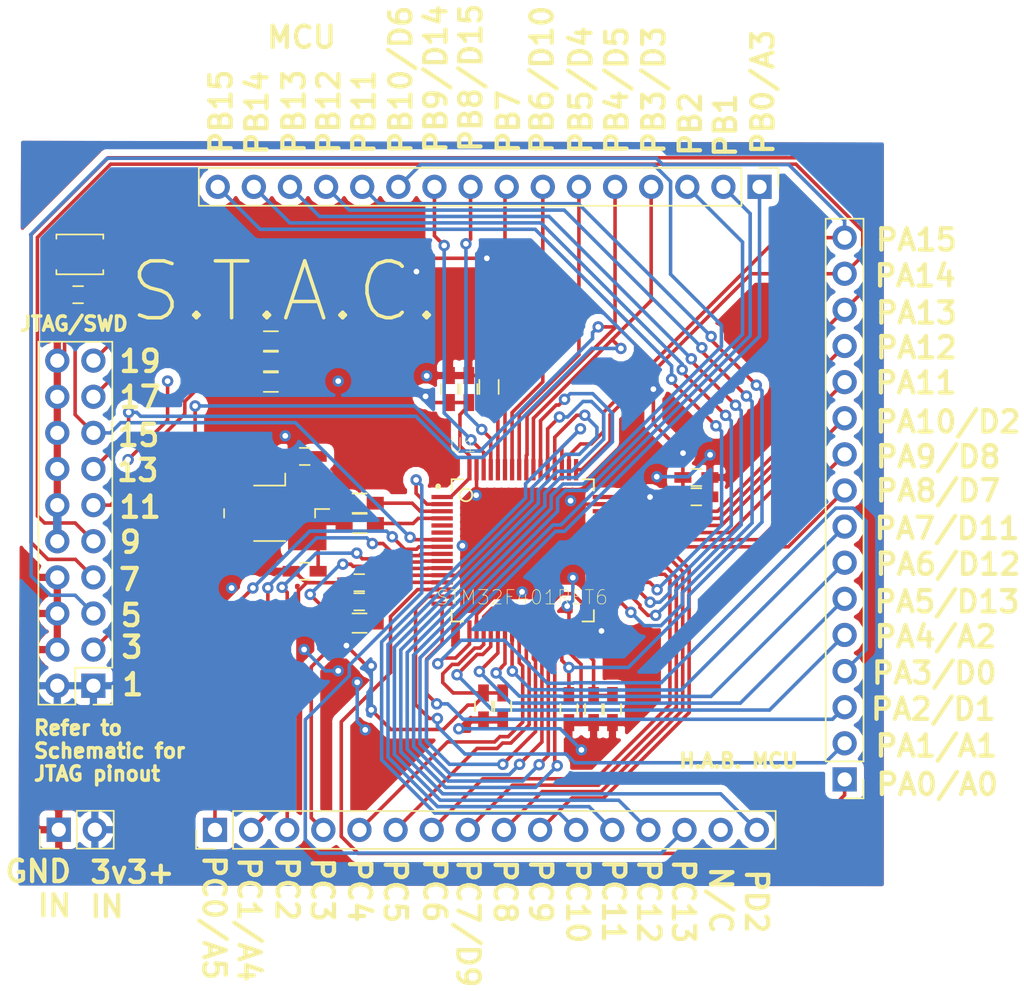
<source format=kicad_pcb>
(kicad_pcb (version 20171130) (host pcbnew 5.0.1-33cea8e~68~ubuntu16.04.1)
  (layers (0 F.Cu signal) (1 In1.Cu power) (2 In2.Cu power) (31 B.Cu signal) (34 B.Paste user) (35 F.Paste user) (36 B.SilkS user) (37 F.SilkS user) (38 B.Mask user) (39 F.Mask user) (44 Edge.Cuts user))
  (net 0 "")
  (net 1 "Net-(0k1-Pad1)")
  (net 2 "Net-(0k1-Pad2)")
  (net 3 "Net-(0k2-Pad1)")
  (net 4 "Net-(0k2-Pad2)")
  (net 5 GND)
  (net 6 +3.3VA)
  (net 7 +3V3)
  (net 8 "Net-(10k1-Pad2)")
  (net 9 "Net-(10k2-Pad2)")
  (net 10 "Net-(10k3-Pad2)")
  (net 11 "Net-(10k4-Pad1)")
  (net 12 RST)
  (net 13 PB4)
  (net 14 PA15)
  (net 15 PA13)
  (net 16 PA14)
  (net 17 PB3)
  (net 18 PA0)
  (net 19 PA1)
  (net 20 PA2)
  (net 21 PA3)
  (net 22 PA4)
  (net 23 PA5)
  (net 24 PA6)
  (net 25 PA7)
  (net 26 PA8)
  (net 27 PA9)
  (net 28 PA10)
  (net 29 PA11)
  (net 30 PA12)
  (net 31 PB0)
  (net 32 PB1)
  (net 33 PB2)
  (net 34 PB5)
  (net 35 PB6)
  (net 36 PB7)
  (net 37 PB8)
  (net 38 PB9)
  (net 39 PB10)
  (net 40 PB12)
  (net 41 PB13)
  (net 42 PB14)
  (net 43 PB15)
  (net 44 PC0)
  (net 45 PC1)
  (net 46 PC2)
  (net 47 PC3)
  (net 48 PC4)
  (net 49 PC5)
  (net 50 PC6)
  (net 51 PC7)
  (net 52 PC8)
  (net 53 PC9)
  (net 54 PC10)
  (net 55 PC11)
  (net 56 PC12)
  (net 57 PC13)
  (net 58 "Net-(J5-Pad15)")
  (net 59 PD2)
  (net 60 "Net-(Y1-Pad2)")
  (net 61 "Net-(Y1-Pad3)")
  (net 62 "Net-(U1-Pad5)")
  (net 63 "Net-(U1-Pad6)")
  (net 64 PB11)
  (module STM32F401RET6:QFP50P1200X1200X160-64N (layer F.Cu) (at 149.9661 97.9486)
    (fp_text reference U1 (at -4.22007 -7.40267) (layer F.SilkS) (effects (font (size 1.00239 1.00239) (thickness 0.05))))
    (fp_text value STM32F401RET6 (at -0.04318 3.302) (layer F.SilkS) (effects (font (size 1.00246 1.00246) (thickness 0.05))))
    (pad 1 smd rect (at -5.67 -3.75) (size 1.5 0.3) (layers F.Cu F.Paste F.Mask) (net 7 +3V3))
    (pad 2 smd rect (at -5.67 -3.25) (size 1.5 0.3) (layers F.Cu F.Paste F.Mask) (net 57 PC13))
    (pad 3 smd rect (at -5.67 -2.75) (size 1.5 0.3) (layers F.Cu F.Paste F.Mask) (net 1 "Net-(0k1-Pad1)"))
    (pad 4 smd rect (at -5.67 -2.25) (size 1.5 0.3) (layers F.Cu F.Paste F.Mask) (net 3 "Net-(0k2-Pad1)"))
    (pad 5 smd rect (at -5.67 -1.75) (size 1.5 0.3) (layers F.Cu F.Paste F.Mask) (net 62 "Net-(U1-Pad5)"))
    (pad 6 smd rect (at -5.67 -1.25) (size 1.5 0.3) (layers F.Cu F.Paste F.Mask) (net 63 "Net-(U1-Pad6)"))
    (pad 7 smd rect (at -5.67 -0.75) (size 1.5 0.3) (layers F.Cu F.Paste F.Mask) (net 12 RST))
    (pad 8 smd rect (at -5.67 -0.25) (size 1.5 0.3) (layers F.Cu F.Paste F.Mask) (net 44 PC0))
    (pad 9 smd rect (at -5.67 0.25) (size 1.5 0.3) (layers F.Cu F.Paste F.Mask) (net 45 PC1))
    (pad 10 smd rect (at -5.67 0.75) (size 1.5 0.3) (layers F.Cu F.Paste F.Mask) (net 46 PC2))
    (pad 11 smd rect (at -5.67 1.25) (size 1.5 0.3) (layers F.Cu F.Paste F.Mask) (net 47 PC3))
    (pad 12 smd rect (at -5.67 1.75) (size 1.5 0.3) (layers F.Cu F.Paste F.Mask) (net 5 GND))
    (pad 13 smd rect (at -5.67 2.25) (size 1.5 0.3) (layers F.Cu F.Paste F.Mask) (net 6 +3.3VA))
    (pad 14 smd rect (at -5.67 2.75) (size 1.5 0.3) (layers F.Cu F.Paste F.Mask) (net 18 PA0))
    (pad 15 smd rect (at -5.67 3.25) (size 1.5 0.3) (layers F.Cu F.Paste F.Mask) (net 19 PA1))
    (pad 16 smd rect (at -5.67 3.75) (size 1.5 0.3) (layers F.Cu F.Paste F.Mask) (net 20 PA2))
    (pad 17 smd rect (at -3.75 5.67 90) (size 1.5 0.3) (layers F.Cu F.Paste F.Mask) (net 21 PA3))
    (pad 18 smd rect (at -3.25 5.67 90) (size 1.5 0.3) (layers F.Cu F.Paste F.Mask) (net 5 GND))
    (pad 19 smd rect (at -2.75 5.67 90) (size 1.5 0.3) (layers F.Cu F.Paste F.Mask) (net 7 +3V3))
    (pad 20 smd rect (at -2.25 5.67 90) (size 1.5 0.3) (layers F.Cu F.Paste F.Mask) (net 22 PA4))
    (pad 21 smd rect (at -1.75 5.67 90) (size 1.5 0.3) (layers F.Cu F.Paste F.Mask) (net 23 PA5))
    (pad 22 smd rect (at -1.25 5.67 90) (size 1.5 0.3) (layers F.Cu F.Paste F.Mask) (net 24 PA6))
    (pad 23 smd rect (at -0.75 5.67 90) (size 1.5 0.3) (layers F.Cu F.Paste F.Mask) (net 25 PA7))
    (pad 24 smd rect (at -0.25 5.67 90) (size 1.5 0.3) (layers F.Cu F.Paste F.Mask) (net 48 PC4))
    (pad 25 smd rect (at 0.25 5.67 90) (size 1.5 0.3) (layers F.Cu F.Paste F.Mask) (net 49 PC5))
    (pad 26 smd rect (at 0.75 5.67 90) (size 1.5 0.3) (layers F.Cu F.Paste F.Mask) (net 31 PB0))
    (pad 27 smd rect (at 1.25 5.67 90) (size 1.5 0.3) (layers F.Cu F.Paste F.Mask) (net 32 PB1))
    (pad 28 smd rect (at 1.75 5.67 90) (size 1.5 0.3) (layers F.Cu F.Paste F.Mask) (net 33 PB2))
    (pad 29 smd rect (at 2.25 5.67 90) (size 1.5 0.3) (layers F.Cu F.Paste F.Mask) (net 39 PB10))
    (pad 30 smd rect (at 2.75 5.67 90) (size 1.5 0.3) (layers F.Cu F.Paste F.Mask) (net 64 PB11))
    (pad 31 smd rect (at 3.25 5.67 90) (size 1.5 0.3) (layers F.Cu F.Paste F.Mask) (net 5 GND))
    (pad 32 smd rect (at 3.75 5.67 90) (size 1.5 0.3) (layers F.Cu F.Paste F.Mask) (net 7 +3V3))
    (pad 33 smd rect (at 5.67 3.75 180) (size 1.5 0.3) (layers F.Cu F.Paste F.Mask) (net 40 PB12))
    (pad 34 smd rect (at 5.67 3.25 180) (size 1.5 0.3) (layers F.Cu F.Paste F.Mask) (net 41 PB13))
    (pad 35 smd rect (at 5.67 2.75 180) (size 1.5 0.3) (layers F.Cu F.Paste F.Mask) (net 42 PB14))
    (pad 36 smd rect (at 5.67 2.25 180) (size 1.5 0.3) (layers F.Cu F.Paste F.Mask) (net 43 PB15))
    (pad 37 smd rect (at 5.67 1.75 180) (size 1.5 0.3) (layers F.Cu F.Paste F.Mask) (net 50 PC6))
    (pad 38 smd rect (at 5.67 1.25 180) (size 1.5 0.3) (layers F.Cu F.Paste F.Mask) (net 51 PC7))
    (pad 39 smd rect (at 5.67 0.75 180) (size 1.5 0.3) (layers F.Cu F.Paste F.Mask) (net 52 PC8))
    (pad 40 smd rect (at 5.67 0.25 180) (size 1.5 0.3) (layers F.Cu F.Paste F.Mask) (net 53 PC9))
    (pad 41 smd rect (at 5.67 -0.25 180) (size 1.5 0.3) (layers F.Cu F.Paste F.Mask) (net 26 PA8))
    (pad 42 smd rect (at 5.67 -0.75 180) (size 1.5 0.3) (layers F.Cu F.Paste F.Mask) (net 27 PA9))
    (pad 43 smd rect (at 5.67 -1.25 180) (size 1.5 0.3) (layers F.Cu F.Paste F.Mask) (net 28 PA10))
    (pad 44 smd rect (at 5.67 -1.75 180) (size 1.5 0.3) (layers F.Cu F.Paste F.Mask) (net 29 PA11))
    (pad 45 smd rect (at 5.67 -2.25 180) (size 1.5 0.3) (layers F.Cu F.Paste F.Mask) (net 30 PA12))
    (pad 46 smd rect (at 5.67 -2.75 180) (size 1.5 0.3) (layers F.Cu F.Paste F.Mask) (net 15 PA13))
    (pad 47 smd rect (at 5.67 -3.25 180) (size 1.5 0.3) (layers F.Cu F.Paste F.Mask) (net 5 GND))
    (pad 48 smd rect (at 5.67 -3.75 180) (size 1.5 0.3) (layers F.Cu F.Paste F.Mask) (net 7 +3V3))
    (pad 49 smd rect (at 3.75 -5.67 270) (size 1.5 0.3) (layers F.Cu F.Paste F.Mask) (net 16 PA14))
    (pad 50 smd rect (at 3.25 -5.67 270) (size 1.5 0.3) (layers F.Cu F.Paste F.Mask) (net 14 PA15))
    (pad 51 smd rect (at 2.75 -5.67 270) (size 1.5 0.3) (layers F.Cu F.Paste F.Mask) (net 54 PC10))
    (pad 52 smd rect (at 2.25 -5.67 270) (size 1.5 0.3) (layers F.Cu F.Paste F.Mask) (net 55 PC11))
    (pad 53 smd rect (at 1.75 -5.67 270) (size 1.5 0.3) (layers F.Cu F.Paste F.Mask) (net 56 PC12))
    (pad 54 smd rect (at 1.25 -5.67 270) (size 1.5 0.3) (layers F.Cu F.Paste F.Mask) (net 59 PD2))
    (pad 55 smd rect (at 0.75 -5.67 270) (size 1.5 0.3) (layers F.Cu F.Paste F.Mask) (net 17 PB3))
    (pad 56 smd rect (at 0.25 -5.67 270) (size 1.5 0.3) (layers F.Cu F.Paste F.Mask) (net 13 PB4))
    (pad 57 smd rect (at -0.25 -5.67 270) (size 1.5 0.3) (layers F.Cu F.Paste F.Mask) (net 34 PB5))
    (pad 58 smd rect (at -0.75 -5.67 270) (size 1.5 0.3) (layers F.Cu F.Paste F.Mask) (net 35 PB6))
    (pad 59 smd rect (at -1.25 -5.67 270) (size 1.5 0.3) (layers F.Cu F.Paste F.Mask) (net 36 PB7))
    (pad 60 smd rect (at -1.75 -5.67 270) (size 1.5 0.3) (layers F.Cu F.Paste F.Mask) (net 11 "Net-(10k4-Pad1)"))
    (pad 61 smd rect (at -2.25 -5.67 270) (size 1.5 0.3) (layers F.Cu F.Paste F.Mask) (net 37 PB8))
    (pad 62 smd rect (at -2.75 -5.67 270) (size 1.5 0.3) (layers F.Cu F.Paste F.Mask) (net 38 PB9))
    (pad 63 smd rect (at -3.25 -5.67 270) (size 1.5 0.3) (layers F.Cu F.Paste F.Mask) (net 5 GND))
    (pad 64 smd rect (at -3.75 -5.67 270) (size 1.5 0.3) (layers F.Cu F.Paste F.Mask) (net 7 +3V3))
  )
  (module Resistors_SMD:R_0603_HandSoldering (layer F.Cu) (at 138.49292 94.63136 180)
    (fp_text reference 0k1 hide)
    (fp_text value R1)
    (pad 1 smd rect (at -1.1 0 180) (size 1.2 0.9) (layers F.Cu F.Paste F.Mask) (net 1 "Net-(0k1-Pad1)"))
    (pad 2 smd rect (at 1.1 0 180) (size 1.2 0.9) (layers F.Cu F.Paste F.Mask) (net 2 "Net-(0k1-Pad2)"))
  )
  (module Resistors_SMD:R_0603_HandSoldering (layer F.Cu) (at 138.50308 96.05884 180)
    (fp_text reference 0k2 hide)
    (fp_text value R2)
    (pad 1 smd rect (at -1.1 0 180) (size 1.2 0.9) (layers F.Cu F.Paste F.Mask) (net 3 "Net-(0k2-Pad1)"))
    (pad 2 smd rect (at 1.1 0 180) (size 1.2 0.9) (layers F.Cu F.Paste F.Mask) (net 4 "Net-(0k2-Pad2)"))
  )
  (module Capacitors_SMD:C_0603_HandSoldering (layer F.Cu) (at 138.46752 101.56556)
    (fp_text reference 1uF1 hide)
    (fp_text value C6)
    (pad 1 smd rect (at -0.95 0) (size 1.2 0.75) (layers F.Cu F.Paste F.Mask) (net 5 GND))
    (pad 2 smd rect (at 0.95 0) (size 1.2 0.75) (layers F.Cu F.Paste F.Mask) (net 6 +3.3VA))
  )
  (module Capacitors_SMD:C_0603_HandSoldering (layer F.Cu) (at 146.17388 86.60496 270)
    (fp_text reference 1uF2 hide)
    (fp_text value C14)
    (pad 1 smd rect (at -0.95 0 270) (size 1.2 0.75) (layers F.Cu F.Paste F.Mask) (net 5 GND))
    (pad 2 smd rect (at 0.95 0 270) (size 1.2 0.75) (layers F.Cu F.Paste F.Mask) (net 7 +3V3))
  )
  (module Capacitors_SMD:C_0603_HandSoldering (layer F.Cu) (at 147.20512 108.92652 90)
    (fp_text reference 1uF3 hide)
    (fp_text value C8)
    (pad 1 smd rect (at -0.95 0 90) (size 1.2 0.75) (layers F.Cu F.Paste F.Mask) (net 5 GND))
    (pad 2 smd rect (at 0.95 0 90) (size 1.2 0.75) (layers F.Cu F.Paste F.Mask) (net 7 +3V3))
  )
  (module Capacitors_SMD:C_0603_HandSoldering (layer F.Cu) (at 154.94704 109.10936 90)
    (fp_text reference 1uF4 hide)
    (fp_text value C12)
    (pad 1 smd rect (at -0.95 0 90) (size 1.2 0.75) (layers F.Cu F.Paste F.Mask) (net 5 GND))
    (pad 2 smd rect (at 0.95 0 90) (size 1.2 0.75) (layers F.Cu F.Paste F.Mask) (net 7 +3V3))
  )
  (module Capacitors_SMD:C_0603_HandSoldering (layer F.Cu) (at 162.17588 92.82288 180)
    (fp_text reference 1uF5 hide)
    (fp_text value C10)
    (pad 1 smd rect (at -0.95 0 180) (size 1.2 0.75) (layers F.Cu F.Paste F.Mask) (net 5 GND))
    (pad 2 smd rect (at 0.95 0 180) (size 1.2 0.75) (layers F.Cu F.Paste F.Mask) (net 7 +3V3))
  )
  (module Capacitors_SMD:C_0603_HandSoldering (layer F.Cu) (at 153.20968 109.11448 90)
    (fp_text reference 4.7uF1 hide)
    (fp_text value C21)
    (pad 1 smd rect (at -0.95 0 90) (size 1.2 0.75) (layers F.Cu F.Paste F.Mask) (net 5 GND))
    (pad 2 smd rect (at 0.95 0 90) (size 1.2 0.75) (layers F.Cu F.Paste F.Mask) (net 64 PB11))
  )
  (module Resistors_SMD:R_0603_HandSoldering (layer F.Cu) (at 132.25468 86.12236 180)
    (fp_text reference 10k1 hide)
    (fp_text value R6)
    (pad 1 smd rect (at -1.1 0 180) (size 1.2 0.9) (layers F.Cu F.Paste F.Mask) (net 5 GND))
    (pad 2 smd rect (at 1.1 0 180) (size 1.2 0.9) (layers F.Cu F.Paste F.Mask) (net 8 "Net-(10k1-Pad2)"))
  )
  (module Resistors_SMD:R_0603_HandSoldering (layer F.Cu) (at 132.25468 83.22168 180)
    (fp_text reference 10k2 hide)
    (fp_text value R7)
    (pad 1 smd rect (at -1.1 0 180) (size 1.2 0.9) (layers F.Cu F.Paste F.Mask) (net 5 GND))
    (pad 2 smd rect (at 1.1 0 180) (size 1.2 0.9) (layers F.Cu F.Paste F.Mask) (net 9 "Net-(10k2-Pad2)"))
  )
  (module Resistors_SMD:R_0603_HandSoldering (layer F.Cu) (at 132.25468 84.6644 180)
    (fp_text reference 10k3 hide)
    (fp_text value R8)
    (pad 1 smd rect (at -1.1 0 180) (size 1.2 0.9) (layers F.Cu F.Paste F.Mask) (net 5 GND))
    (pad 2 smd rect (at 1.1 0 180) (size 1.2 0.9) (layers F.Cu F.Paste F.Mask) (net 10 "Net-(10k3-Pad2)"))
  )
  (module Resistors_SMD:R_0603_HandSoldering (layer F.Cu) (at 147.5912 86.45492 90)
    (fp_text reference 10k4 hide)
    (fp_text value R5)
    (pad 1 smd rect (at -1.1 0 90) (size 1.2 0.9) (layers F.Cu F.Paste F.Mask) (net 11 "Net-(10k4-Pad1)"))
    (pad 2 smd rect (at 1.1 0 90) (size 1.2 0.9) (layers F.Cu F.Paste F.Mask) (net 5 GND))
  )
  (module Capacitors_SMD:C_0603_HandSoldering (layer F.Cu) (at 138.47006 100.2219)
    (fp_text reference 10nF1 hide)
    (fp_text value C7)
    (pad 1 smd rect (at -0.95 0) (size 1.2 0.75) (layers F.Cu F.Paste F.Mask) (net 5 GND))
    (pad 2 smd rect (at 0.95 0) (size 1.2 0.75) (layers F.Cu F.Paste F.Mask) (net 6 +3.3VA))
  )
  (module Inductors_SMD:L_0603_HandSoldering (layer F.Cu) (at 138.48784 103.06416 180)
    (fp_text reference 22uH1 hide)
    (fp_text value L1)
    (pad 1 smd rect (at -1.1 0 180) (size 1.2 0.9) (layers F.Cu F.Paste F.Mask) (net 6 +3.3VA))
    (pad 2 smd rect (at 1.1 0 180) (size 1.2 0.9) (layers F.Cu F.Paste F.Mask) (net 7 +3V3))
  )
  (module Capacitors_SMD:C_0603_HandSoldering (layer F.Cu) (at 118.69612 79.97048 180)
    (fp_text reference 100nF1 hide)
    (fp_text value C5)
    (pad 1 smd rect (at -0.95 0 180) (size 1.2 0.75) (layers F.Cu F.Paste F.Mask) (net 12 RST))
    (pad 2 smd rect (at 0.95 0 180) (size 1.2 0.75) (layers F.Cu F.Paste F.Mask) (net 5 GND))
  )
  (module Capacitors_SMD:C_0603_HandSoldering (layer F.Cu) (at 144.81752 86.60496 270)
    (fp_text reference 100nF2 hide)
    (fp_text value C15)
    (pad 1 smd rect (at -0.95 0 270) (size 1.2 0.75) (layers F.Cu F.Paste F.Mask) (net 5 GND))
    (pad 2 smd rect (at 0.95 0 270) (size 1.2 0.75) (layers F.Cu F.Paste F.Mask) (net 7 +3V3))
  )
  (module Capacitors_SMD:C_0603_HandSoldering (layer F.Cu) (at 148.5564 108.92652 90)
    (fp_text reference 100nF3 hide)
    (fp_text value C9)
    (pad 1 smd rect (at -0.95 0 90) (size 1.2 0.75) (layers F.Cu F.Paste F.Mask) (net 5 GND))
    (pad 2 smd rect (at 0.95 0 90) (size 1.2 0.75) (layers F.Cu F.Paste F.Mask) (net 7 +3V3))
  )
  (module Capacitors_SMD:C_0603_HandSoldering (layer F.Cu) (at 156.27292 109.10932 90)
    (fp_text reference 100nF4 hide)
    (fp_text value C13)
    (pad 1 smd rect (at -0.95 0 90) (size 1.2 0.75) (layers F.Cu F.Paste F.Mask) (net 5 GND))
    (pad 2 smd rect (at 0.95 0 90) (size 1.2 0.75) (layers F.Cu F.Paste F.Mask) (net 7 +3V3))
  )
  (module Capacitors_SMD:C_0603_HandSoldering (layer F.Cu) (at 162.1708 94.18432 180)
    (fp_text reference 100nF5 hide)
    (fp_text value C11)
    (pad 1 smd rect (at -0.95 0 180) (size 1.2 0.75) (layers F.Cu F.Paste F.Mask) (net 5 GND))
    (pad 2 smd rect (at 0.95 0 180) (size 1.2 0.75) (layers F.Cu F.Paste F.Mask) (net 7 +3V3))
  )
  (module Capacitors_SMD:C_0603_HandSoldering (layer F.Cu) (at 134.63212 91.3446 180)
    (fp_text reference C1 hide)
    (fp_text value 4.3pF hide)
    (pad 1 smd rect (at -0.95 0 180) (size 1.2 0.75) (layers F.Cu F.Paste F.Mask) (net 2 "Net-(0k1-Pad2)"))
    (pad 2 smd rect (at 0.95 0 180) (size 1.2 0.75) (layers F.Cu F.Paste F.Mask) (net 5 GND))
  )
  (module Capacitors_SMD:C_0603_HandSoldering (layer F.Cu) (at 134.62704 99.41672 180)
    (fp_text reference C2 hide)
    (fp_text value 4.3pF hide)
    (pad 1 smd rect (at -0.95 0 180) (size 1.2 0.75) (layers F.Cu F.Paste F.Mask) (net 4 "Net-(0k2-Pad2)"))
    (pad 2 smd rect (at 0.95 0 180) (size 1.2 0.75) (layers F.Cu F.Paste F.Mask) (net 5 GND))
  )
  (module Pin_Headers:Pin_Header_Straight_2x10_Pitch2.54mm (layer F.Cu) (at 119.77312 107.46852 180)
    (fp_text reference J1 hide)
    (fp_text value Conn_ARM_JTAG_SWD_20 hide)
    (pad 1 thru_hole rect (at 0 0 180) (size 1.7 1.7) (drill 1) (layers *.Cu *.Mask) (net 7 +3V3))
    (pad 2 thru_hole oval (at 2.54 0 180) (size 1.7 1.7) (drill 1) (layers *.Cu *.Mask) (net 7 +3V3))
    (pad 3 thru_hole oval (at 0 2.54 180) (size 1.7 1.7) (drill 1) (layers *.Cu *.Mask) (net 13 PB4))
    (pad 4 thru_hole oval (at 2.54 2.54 180) (size 1.7 1.7) (drill 1) (layers *.Cu *.Mask) (net 5 GND))
    (pad 5 thru_hole oval (at 0 5.08 180) (size 1.7 1.7) (drill 1) (layers *.Cu *.Mask) (net 14 PA15))
    (pad 6 thru_hole oval (at 2.54 5.08 180) (size 1.7 1.7) (drill 1) (layers *.Cu *.Mask) (net 5 GND))
    (pad 7 thru_hole oval (at 0 7.62 180) (size 1.7 1.7) (drill 1) (layers *.Cu *.Mask) (net 15 PA13))
    (pad 8 thru_hole oval (at 2.54 7.62 180) (size 1.7 1.7) (drill 1) (layers *.Cu *.Mask) (net 5 GND))
    (pad 9 thru_hole oval (at 0 10.16 180) (size 1.7 1.7) (drill 1) (layers *.Cu *.Mask) (net 16 PA14))
    (pad 10 thru_hole oval (at 2.54 10.16 180) (size 1.7 1.7) (drill 1) (layers *.Cu *.Mask) (net 5 GND))
    (pad 11 thru_hole oval (at 0 12.7 180) (size 1.7 1.7) (drill 1) (layers *.Cu *.Mask) (net 8 "Net-(10k1-Pad2)"))
    (pad 12 thru_hole oval (at 2.54 12.7 180) (size 1.7 1.7) (drill 1) (layers *.Cu *.Mask) (net 5 GND))
    (pad 13 thru_hole oval (at 0 15.24 180) (size 1.7 1.7) (drill 1) (layers *.Cu *.Mask) (net 17 PB3))
    (pad 14 thru_hole oval (at 2.54 15.24 180) (size 1.7 1.7) (drill 1) (layers *.Cu *.Mask) (net 5 GND))
    (pad 15 thru_hole oval (at 0 17.78 180) (size 1.7 1.7) (drill 1) (layers *.Cu *.Mask) (net 12 RST))
    (pad 16 thru_hole oval (at 2.54 17.78 180) (size 1.7 1.7) (drill 1) (layers *.Cu *.Mask) (net 5 GND))
    (pad 17 thru_hole oval (at 0 20.32 180) (size 1.7 1.7) (drill 1) (layers *.Cu *.Mask) (net 10 "Net-(10k3-Pad2)"))
    (pad 18 thru_hole oval (at 2.54 20.32 180) (size 1.7 1.7) (drill 1) (layers *.Cu *.Mask) (net 5 GND))
    (pad 19 thru_hole oval (at 0 22.86 180) (size 1.7 1.7) (drill 1) (layers *.Cu *.Mask) (net 9 "Net-(10k2-Pad2)"))
    (pad 20 thru_hole oval (at 2.54 22.86 180) (size 1.7 1.7) (drill 1) (layers *.Cu *.Mask) (net 5 GND))
  )
  (module Pin_Headers:Pin_Header_Straight_1x16_Pitch2.54mm (layer F.Cu) (at 172.60004 114.05728 180)
    (fp_text reference J3 hide)
    (fp_text value Conn_01x16_Male hide)
    (pad 1 thru_hole rect (at 0 0 180) (size 1.7 1.7) (drill 1) (layers *.Cu *.Mask) (net 18 PA0))
    (pad 2 thru_hole oval (at 0 2.54 180) (size 1.7 1.7) (drill 1) (layers *.Cu *.Mask) (net 19 PA1))
    (pad 3 thru_hole oval (at 0 5.08 180) (size 1.7 1.7) (drill 1) (layers *.Cu *.Mask) (net 20 PA2))
    (pad 4 thru_hole oval (at 0 7.62 180) (size 1.7 1.7) (drill 1) (layers *.Cu *.Mask) (net 21 PA3))
    (pad 5 thru_hole oval (at 0 10.16 180) (size 1.7 1.7) (drill 1) (layers *.Cu *.Mask) (net 22 PA4))
    (pad 6 thru_hole oval (at 0 12.7 180) (size 1.7 1.7) (drill 1) (layers *.Cu *.Mask) (net 23 PA5))
    (pad 7 thru_hole oval (at 0 15.24 180) (size 1.7 1.7) (drill 1) (layers *.Cu *.Mask) (net 24 PA6))
    (pad 8 thru_hole oval (at 0 17.78 180) (size 1.7 1.7) (drill 1) (layers *.Cu *.Mask) (net 25 PA7))
    (pad 9 thru_hole oval (at 0 20.32 180) (size 1.7 1.7) (drill 1) (layers *.Cu *.Mask) (net 26 PA8))
    (pad 10 thru_hole oval (at 0 22.86 180) (size 1.7 1.7) (drill 1) (layers *.Cu *.Mask) (net 27 PA9))
    (pad 11 thru_hole oval (at 0 25.4 180) (size 1.7 1.7) (drill 1) (layers *.Cu *.Mask) (net 28 PA10))
    (pad 12 thru_hole oval (at 0 27.94 180) (size 1.7 1.7) (drill 1) (layers *.Cu *.Mask) (net 29 PA11))
    (pad 13 thru_hole oval (at 0 30.48 180) (size 1.7 1.7) (drill 1) (layers *.Cu *.Mask) (net 30 PA12))
    (pad 14 thru_hole oval (at 0 33.02 180) (size 1.7 1.7) (drill 1) (layers *.Cu *.Mask) (net 15 PA13))
    (pad 15 thru_hole oval (at 0 35.56 180) (size 1.7 1.7) (drill 1) (layers *.Cu *.Mask) (net 16 PA14))
    (pad 16 thru_hole oval (at 0 38.1 180) (size 1.7 1.7) (drill 1) (layers *.Cu *.Mask) (net 14 PA15))
  )
  (module Pin_Headers:Pin_Header_Straight_1x16_Pitch2.54mm (layer F.Cu) (at 166.6158 72.38604 270)
    (fp_text reference J4 hide)
    (fp_text value Conn_01x16_Male hide)
    (pad 1 thru_hole rect (at 0 0 270) (size 1.7 1.7) (drill 1) (layers *.Cu *.Mask) (net 31 PB0))
    (pad 2 thru_hole oval (at 0 2.54 270) (size 1.7 1.7) (drill 1) (layers *.Cu *.Mask) (net 32 PB1))
    (pad 3 thru_hole oval (at 0 5.08 270) (size 1.7 1.7) (drill 1) (layers *.Cu *.Mask) (net 33 PB2))
    (pad 4 thru_hole oval (at 0 7.62 270) (size 1.7 1.7) (drill 1) (layers *.Cu *.Mask) (net 17 PB3))
    (pad 5 thru_hole oval (at 0 10.16 270) (size 1.7 1.7) (drill 1) (layers *.Cu *.Mask) (net 13 PB4))
    (pad 6 thru_hole oval (at 0 12.7 270) (size 1.7 1.7) (drill 1) (layers *.Cu *.Mask) (net 34 PB5))
    (pad 7 thru_hole oval (at 0 15.24 270) (size 1.7 1.7) (drill 1) (layers *.Cu *.Mask) (net 35 PB6))
    (pad 8 thru_hole oval (at 0 17.78 270) (size 1.7 1.7) (drill 1) (layers *.Cu *.Mask) (net 36 PB7))
    (pad 9 thru_hole oval (at 0 20.32 270) (size 1.7 1.7) (drill 1) (layers *.Cu *.Mask) (net 37 PB8))
    (pad 10 thru_hole oval (at 0 22.86 270) (size 1.7 1.7) (drill 1) (layers *.Cu *.Mask) (net 38 PB9))
    (pad 11 thru_hole oval (at 0 25.4 270) (size 1.7 1.7) (drill 1) (layers *.Cu *.Mask) (net 39 PB10))
    (pad 12 thru_hole oval (at 0 27.94 270) (size 1.7 1.7) (drill 1) (layers *.Cu *.Mask) (net 64 PB11))
    (pad 13 thru_hole oval (at 0 30.48 270) (size 1.7 1.7) (drill 1) (layers *.Cu *.Mask) (net 40 PB12))
    (pad 14 thru_hole oval (at 0 33.02 270) (size 1.7 1.7) (drill 1) (layers *.Cu *.Mask) (net 41 PB13))
    (pad 15 thru_hole oval (at 0 35.56 270) (size 1.7 1.7) (drill 1) (layers *.Cu *.Mask) (net 42 PB14))
    (pad 16 thru_hole oval (at 0 38.1 270) (size 1.7 1.7) (drill 1) (layers *.Cu *.Mask) (net 43 PB15))
  )
  (module Pin_Headers:Pin_Header_Straight_1x16_Pitch2.54mm (layer F.Cu) (at 128.32276 117.6082 90)
    (fp_text reference J5 hide)
    (fp_text value Conn_01x16_Male hide)
    (pad 1 thru_hole rect (at 0 0 90) (size 1.7 1.7) (drill 1) (layers *.Cu *.Mask) (net 44 PC0))
    (pad 2 thru_hole oval (at 0 2.54 90) (size 1.7 1.7) (drill 1) (layers *.Cu *.Mask) (net 45 PC1))
    (pad 3 thru_hole oval (at 0 5.08 90) (size 1.7 1.7) (drill 1) (layers *.Cu *.Mask) (net 46 PC2))
    (pad 4 thru_hole oval (at 0 7.62 90) (size 1.7 1.7) (drill 1) (layers *.Cu *.Mask) (net 47 PC3))
    (pad 5 thru_hole oval (at 0 10.16 90) (size 1.7 1.7) (drill 1) (layers *.Cu *.Mask) (net 48 PC4))
    (pad 6 thru_hole oval (at 0 12.7 90) (size 1.7 1.7) (drill 1) (layers *.Cu *.Mask) (net 49 PC5))
    (pad 7 thru_hole oval (at 0 15.24 90) (size 1.7 1.7) (drill 1) (layers *.Cu *.Mask) (net 50 PC6))
    (pad 8 thru_hole oval (at 0 17.78 90) (size 1.7 1.7) (drill 1) (layers *.Cu *.Mask) (net 51 PC7))
    (pad 9 thru_hole oval (at 0 20.32 90) (size 1.7 1.7) (drill 1) (layers *.Cu *.Mask) (net 52 PC8))
    (pad 10 thru_hole oval (at 0 22.86 90) (size 1.7 1.7) (drill 1) (layers *.Cu *.Mask) (net 53 PC9))
    (pad 11 thru_hole oval (at 0 25.4 90) (size 1.7 1.7) (drill 1) (layers *.Cu *.Mask) (net 54 PC10))
    (pad 12 thru_hole oval (at 0 27.94 90) (size 1.7 1.7) (drill 1) (layers *.Cu *.Mask) (net 55 PC11))
    (pad 13 thru_hole oval (at 0 30.48 90) (size 1.7 1.7) (drill 1) (layers *.Cu *.Mask) (net 56 PC12))
    (pad 14 thru_hole oval (at 0 33.02 90) (size 1.7 1.7) (drill 1) (layers *.Cu *.Mask) (net 57 PC13))
    (pad 15 thru_hole oval (at 0 35.56 90) (size 1.7 1.7) (drill 1) (layers *.Cu *.Mask) (net 58 "Net-(J5-Pad15)"))
    (pad 16 thru_hole oval (at 0 38.1 90) (size 1.7 1.7) (drill 1) (layers *.Cu *.Mask) (net 59 PD2))
  )
  (module Pin_Headers:Pin_Header_Straight_1x02_Pitch2.54mm (layer F.Cu) (at 117.33472 117.59296 90)
    (fp_text reference J6 hide)
    (fp_text value Conn_01x02_Male hide)
    (pad 1 thru_hole rect (at 0 0 90) (size 1.7 1.7) (drill 1) (layers *.Cu *.Mask) (net 5 GND))
    (pad 2 thru_hole oval (at 0 2.54 90) (size 1.7 1.7) (drill 1) (layers *.Cu *.Mask) (net 7 +3V3))
  )
  (module Buttons_Switches_SMD:SW_SPST_B3U-1000P (layer F.Cu) (at 118.81808 77.13584)
    (fp_text reference SW1 hide)
    (fp_text value SW_DPST_x2 hide)
    (pad 1 smd rect (at -1.7 0) (size 0.9 1.7) (layers F.Cu F.Paste F.Mask) (net 5 GND))
    (pad 2 smd rect (at 1.7 0) (size 0.9 1.7) (layers F.Cu F.Paste F.Mask) (net 12 RST))
  )
  (module Crystals:Crystal_SMD_0603-4pin_6.0x3.5mm_HandSoldering (layer F.Cu) (at 132.16324 95.34256 180)
    (fp_text reference Y1 hide)
    (fp_text value 32.768MHz)
    (pad 1 smd rect (at -2.65 1.55 180) (size 2.7 2.1) (layers F.Cu F.Paste F.Mask) (net 2 "Net-(0k1-Pad2)"))
    (pad 2 smd rect (at 2.65 1.55 180) (size 2.7 2.1) (layers F.Cu F.Paste F.Mask) (net 60 "Net-(Y1-Pad2)"))
    (pad 3 smd rect (at 2.65 -1.55 180) (size 2.7 2.1) (layers F.Cu F.Paste F.Mask) (net 61 "Net-(Y1-Pad3)"))
    (pad 4 smd rect (at -2.65 -1.55 180) (size 2.7 2.1) (layers F.Cu F.Paste F.Mask) (net 4 "Net-(0k2-Pad2)"))
  )
  (gr_text MCU (at 134.415 61.87) (layer F.SilkS) (effects (font (size 1.5 1.5) (thickness 0.3))))
  (gr_text "H.A.B. MCU" (at 160.83476 112.74156) (layer F.SilkS) (effects (font (size 1 1) (thickness 0.25)) (justify left)))
  (gr_text "GND\nIN" (at 118.37612 121.73316) (layer F.SilkS) (effects (font (size 1.5 1.5) (thickness 0.3)) (justify right)))
  (gr_text "3v3+\nIN" (at 119.38704 121.79412) (layer F.SilkS) (effects (font (size 1.5 1.5) (thickness 0.3)) (justify left)))
  (gr_text "Refer to\nSchematic for\nJTAG pinout" (at 115.4602 112.0456) (layer F.SilkS) (effects (font (size 1 1) (thickness 0.25)) (justify left)))
  (gr_text 19 (at 123.05988 84.65424) (layer F.SilkS) (effects (font (size 1.5 1.5) (thickness 0.3))))
  (gr_text 17 (at 123.05988 87.179) (layer F.SilkS) (effects (font (size 1.5 1.5) (thickness 0.3))))
  (gr_text 15 (at 122.94812 89.86632) (layer F.SilkS) (effects (font (size 1.5 1.5) (thickness 0.3))))
  (gr_text 13 (at 122.88716 92.33012) (layer F.SilkS) (effects (font (size 1.5 1.5) (thickness 0.3))))
  (gr_text 11 (at 123.05988 94.91076) (layer F.SilkS) (effects (font (size 1.5 1.5) (thickness 0.3))))
  (gr_text 9 (at 122.37408 97.37456) (layer F.SilkS) (effects (font (size 1.5 1.5) (thickness 0.3))))
  (gr_text 7 (at 122.3182 100.006) (layer F.SilkS) (effects (font (size 1.5 1.5) (thickness 0.3))))
  (gr_text 5 (at 122.42996 102.52568) (layer F.SilkS) (effects (font (size 1.5 1.5) (thickness 0.3))))
  (gr_text 3 (at 122.48584 104.76088) (layer F.SilkS) (effects (font (size 1.5 1.5) (thickness 0.3))))
  (gr_text 1 (at 122.5468 107.3974) (layer F.SilkS) (effects (font (size 1.5 1.5) (thickness 0.3))))
  (gr_text S.T.A.C. (at 133.20464 79.75204) (layer F.SilkS) (effects (font (size 4 4) (thickness 0.25))))
  (gr_text PC1/A4 (at 130.72052 123.91248 270) (layer F.SilkS) (effects (font (size 1.5 1.5) (thickness 0.3))))
  (gr_text PC3 (at 135.87164 121.81952 270) (layer F.SilkS) (effects (font (size 1.5 1.5) (thickness 0.3))))
  (gr_text PC4 (at 138.49292 121.87032 270) (layer F.SilkS) (effects (font (size 1.5 1.5) (thickness 0.3))))
  (gr_text PC2 (at 133.40276 121.76872 270) (layer F.SilkS) (effects (font (size 1.5 1.5) (thickness 0.3))))
  (gr_text PC11 (at 156.35928 122.59676 270) (layer F.SilkS) (effects (font (size 1.5 1.5) (thickness 0.3))))
  (gr_text PC10 (at 153.83452 122.62724 270) (layer F.SilkS) (effects (font (size 1.5 1.5) (thickness 0.3))))
  (gr_text PC8 (at 148.72912 121.93128 270) (layer F.SilkS) (effects (font (size 1.5 1.5) (thickness 0.3))))
  (gr_text PC9 (at 151.2234 121.90588 270) (layer F.SilkS) (effects (font (size 1.5 1.5) (thickness 0.3))))
  (gr_text PC13 (at 161.27164 122.62724 270) (layer F.SilkS) (effects (font (size 1.5 1.5) (thickness 0.3))))
  (gr_text N/C (at 163.88276 122.54088 270) (layer F.SilkS) (effects (font (size 1.5 1.5) (thickness 0.3))))
  (gr_text PD2 (at 166.40752 122.62724 270) (layer F.SilkS) (effects (font (size 1.5 1.5) (thickness 0.3))))
  (gr_text PC12 (at 158.82816 122.62724 270) (layer F.SilkS) (effects (font (size 1.5 1.5) (thickness 0.3))))
  (gr_text PC7/D9 (at 146.118 124.17664 270) (layer F.SilkS) (effects (font (size 1.5 1.5) (thickness 0.3))))
  (gr_text PC6 (at 143.77612 121.87032 270) (layer F.SilkS) (effects (font (size 1.5 1.5) (thickness 0.3))))
  (gr_text PC5 (at 141.00752 121.91604 270) (layer F.SilkS) (effects (font (size 1.5 1.5) (thickness 0.3))))
  (gr_text PC0/A5 (at 128.25672 123.77532 270) (layer F.SilkS) (effects (font (size 1.5 1.5) (thickness 0.3))))
  (gr_text PB7 (at 148.95264 67.80896 90) (layer F.SilkS) (effects (font (size 1.5 1.5) (thickness 0.3))))
  (gr_text PB9/D14 (at 143.85232 64.79144 90) (layer F.SilkS) (effects (font (size 1.5 1.5) (thickness 0.3))))
  (gr_text PB8/D15 (at 146.31612 64.7254 90) (layer F.SilkS) (effects (font (size 1.5 1.5) (thickness 0.3))))
  (gr_text PB5/D4 (at 154.04788 65.589 90) (layer F.SilkS) (effects (font (size 1.5 1.5) (thickness 0.3))))
  (gr_text PB15 (at 128.7444 67.09776 90) (layer F.SilkS) (effects (font (size 1.5 1.5) (thickness 0.3))))
  (gr_text PB11 (at 138.79264 67.12824 90) (layer F.SilkS) (effects (font (size 1.5 1.5) (thickness 0.3))))
  (gr_text PB13 (at 133.88028 67.09776 90) (layer F.SilkS) (effects (font (size 1.5 1.5) (thickness 0.3))))
  (gr_text PB12 (at 136.32376 67.09776 90) (layer F.SilkS) (effects (font (size 1.5 1.5) (thickness 0.3))))
  (gr_text PB14 (at 131.26916 67.18412 90) (layer F.SilkS) (effects (font (size 1.5 1.5) (thickness 0.3))))
  (gr_text PB10/D6 (at 141.38852 64.85748 90) (layer F.SilkS) (effects (font (size 1.5 1.5) (thickness 0.3))))
  (gr_text PB6/D10 (at 151.31992 64.85748 90) (layer F.SilkS) (effects (font (size 1.5 1.5) (thickness 0.3))))
  (gr_text PB2 (at 161.74916 67.95628 90) (layer F.SilkS) (effects (font (size 1.5 1.5) (thickness 0.3))))
  (gr_text PB4/D5 (at 156.5828 65.589 90) (layer F.SilkS) (effects (font (size 1.5 1.5) (thickness 0.3))))
  (gr_text PB3/D3 (at 159.18376 65.589 90) (layer F.SilkS) (effects (font (size 1.5 1.5) (thickness 0.3))))
  (gr_text PB1 (at 164.21804 68.0528 90) (layer F.SilkS) (effects (font (size 1.5 1.5) (thickness 0.3))))
  (gr_text PB0/A3 (at 166.84948 65.72108 90) (layer F.SilkS) (effects (font (size 1.5 1.5) (thickness 0.3))))
  (gr_text JTAG/SWD (at 118.4066 82.01772) (layer F.SilkS) (effects (font (size 1 1) (thickness 0.25))))
  (gr_text PA15 (at 177.64448 76.11984) (layer F.SilkS) (effects (font (size 1.5 1.5) (thickness 0.3))))
  (gr_text PA14 (at 177.55812 78.6446) (layer F.SilkS) (effects (font (size 1.5 1.5) (thickness 0.3))))
  (gr_text PA13 (at 177.64448 81.25572) (layer F.SilkS) (effects (font (size 1.5 1.5) (thickness 0.3))))
  (gr_text PA12 (at 177.64448 83.6992) (layer F.SilkS) (effects (font (size 1.5 1.5) (thickness 0.3))))
  (gr_text PA11 (at 177.614 86.16808) (layer F.SilkS) (effects (font (size 1.5 1.5) (thickness 0.3))))
  (gr_text PA10/D2 (at 179.86444 88.91128) (layer F.SilkS) (effects (font (size 1.5 1.5) (thickness 0.3))))
  (gr_text PA9/D8 (at 179.17356 91.37) (layer F.SilkS) (effects (font (size 1.5 1.5) (thickness 0.3))))
  (gr_text PA8/D7 (at 179.17356 93.76268) (layer F.SilkS) (effects (font (size 1.5 1.5) (thickness 0.3))))
  (gr_text PA7/D11 (at 179.80348 96.40428) (layer F.SilkS) (effects (font (size 1.5 1.5) (thickness 0.3))))
  (gr_text PA6/D12 (at 179.86444 98.92396) (layer F.SilkS) (effects (font (size 1.5 1.5) (thickness 0.3))))
  (gr_text PA5/D13 (at 179.80348 101.56556) (layer F.SilkS) (effects (font (size 1.5 1.5) (thickness 0.3))))
  (gr_text PA4/A2 (at 178.9856 104.02428) (layer F.SilkS) (effects (font (size 1.5 1.5) (thickness 0.3))))
  (gr_text PA3/D0 (at 178.9094 106.57952) (layer F.SilkS) (effects (font (size 1.5 1.5) (thickness 0.3))))
  (gr_text PA2/D1 (at 178.84336 109.11444) (layer F.SilkS) (effects (font (size 1.5 1.5) (thickness 0.3))))
  (gr_text PA1/A1 (at 179.04656 111.70524) (layer F.SilkS) (effects (font (size 1.5 1.5) (thickness 0.3))))
  (gr_text PA0/A0 (at 179.1126 114.4078) (layer F.SilkS) (effects (font (size 1.5 1.5) (thickness 0.3))))
  (via (at 124.99 86.045014) (size 0.8) (drill 0.4) (layers F.Cu B.Cu) (net 0))
  (segment (start 124.989986 86.045) (end 124.99 86.045014) (width 0.25) (layer B.Cu) (net 0))
  (segment (start 124.965 86.045) (end 124.989986 86.045) (width 0.25) (layer B.Cu) (net 0))
  (segment (start 124.99 86.045014) (end 124.99 88.795) (width 0.25) (layer F.Cu) (net 0))
  (segment (start 122.614999 91.170001) (end 122.215 91.57) (width 0.25) (layer F.Cu) (net 0))
  (segment (start 124.99 88.795) (end 122.614999 91.170001) (width 0.25) (layer F.Cu) (net 0))
  (via (at 122.215 91.57) (size 0.8) (drill 0.4) (layers F.Cu B.Cu) (net 0))
  (segment (start 142.755857 95.1986) (end 143.2961 95.1986) (width 0.25) (layer F.Cu) (net 1))
  (segment (start 142.188617 94.63136) (end 142.755857 95.1986) (width 0.25) (layer F.Cu) (net 1))
  (segment (start 139.59292 94.63136) (end 142.188617 94.63136) (width 0.25) (layer F.Cu) (net 1))
  (segment (start 143.2961 95.1986) (end 144.2961 95.1986) (width 0.25) (layer F.Cu) (net 1))
  (segment (start 137.39292 94.63136) (end 135.65204 94.63136) (width 0.25) (layer F.Cu) (net 2))
  (segment (start 135.65204 94.63136) (end 134.81324 93.79256) (width 0.25) (layer F.Cu) (net 2))
  (segment (start 135.58212 91.3446) (end 135.58212 93.02368) (width 0.25) (layer F.Cu) (net 2))
  (segment (start 135.58212 93.02368) (end 134.81324 93.79256) (width 0.25) (layer F.Cu) (net 2))
  (segment (start 139.75308 96.05884) (end 139.60308 96.05884) (width 0.25) (layer F.Cu) (net 3))
  (segment (start 142.259206 96.05884) (end 139.75308 96.05884) (width 0.25) (layer F.Cu) (net 3))
  (segment (start 142.619446 95.6986) (end 142.259206 96.05884) (width 0.25) (layer F.Cu) (net 3))
  (segment (start 144.2961 95.6986) (end 142.619446 95.6986) (width 0.25) (layer F.Cu) (net 3))
  (segment (start 137.40308 96.05884) (end 135.64696 96.05884) (width 0.25) (layer F.Cu) (net 4))
  (segment (start 135.64696 96.05884) (end 134.81324 96.89256) (width 0.25) (layer F.Cu) (net 4))
  (segment (start 135.57704 97.65636) (end 134.81324 96.89256) (width 0.25) (layer F.Cu) (net 4))
  (segment (start 135.57704 99.41672) (end 135.57704 97.65636) (width 0.25) (layer F.Cu) (net 4))
  (segment (start 133.35468 84.6644) (end 133.35468 86.12236) (width 0.25) (layer F.Cu) (net 5))
  (segment (start 133.35468 83.22168) (end 133.35468 84.6644) (width 0.25) (layer F.Cu) (net 5))
  (segment (start 147.20512 109.87652) (end 147.20512 109.65152) (width 0.25) (layer F.Cu) (net 5))
  (segment (start 137.52006 100.2219) (end 137.52006 101.56302) (width 0.25) (layer F.Cu) (net 5))
  (segment (start 137.52006 101.56302) (end 137.51752 101.56556) (width 0.25) (layer F.Cu) (net 5))
  (segment (start 117.11808 77.13584) (end 117.11808 79.34244) (width 0.25) (layer F.Cu) (net 5))
  (segment (start 117.11808 79.34244) (end 117.74612 79.97048) (width 0.25) (layer F.Cu) (net 5))
  (segment (start 117.74612 79.97048) (end 117.74612 84.09552) (width 0.25) (layer F.Cu) (net 5))
  (segment (start 117.74612 84.09552) (end 117.23312 84.60852) (width 0.25) (layer F.Cu) (net 5))
  (segment (start 154.94704 110.05936) (end 156.27288 110.05936) (width 0.25) (layer F.Cu) (net 5))
  (segment (start 156.27288 110.05936) (end 156.27292 110.05932) (width 0.25) (layer F.Cu) (net 5))
  (segment (start 153.83468 110.06448) (end 153.8398 110.05936) (width 0.25) (layer F.Cu) (net 5))
  (segment (start 153.8398 110.05936) (end 154.94704 110.05936) (width 0.25) (layer F.Cu) (net 5))
  (segment (start 153.20968 110.06448) (end 153.83468 110.06448) (width 0.25) (layer F.Cu) (net 5))
  (segment (start 156.25268 110.03908) (end 156.27292 110.05932) (width 0.25) (layer F.Cu) (net 5))
  (segment (start 147.20512 109.87652) (end 148.5564 109.87652) (width 0.25) (layer F.Cu) (net 5))
  (segment (start 163.12588 92.82288) (end 163.12588 94.17924) (width 0.25) (layer F.Cu) (net 5))
  (segment (start 163.12588 94.17924) (end 163.1208 94.18432) (width 0.25) (layer F.Cu) (net 5))
  (segment (start 146.17388 85.65496) (end 147.29116 85.65496) (width 0.25) (layer F.Cu) (net 5))
  (segment (start 147.29116 85.65496) (end 147.5912 85.35492) (width 0.25) (layer F.Cu) (net 5))
  (segment (start 144.81752 85.65496) (end 146.17388 85.65496) (width 0.25) (layer F.Cu) (net 5))
  (segment (start 137.5226 100.22444) (end 137.52006 100.2219) (width 0.25) (layer F.Cu) (net 5))
  (via (at 159.39 92.77) (size 0.8) (drill 0.4) (layers F.Cu B.Cu) (net 5))
  (segment (start 135.315 100.2219) (end 134.749767 100.2219) (width 0.25) (layer F.Cu) (net 5))
  (segment (start 137.52006 100.2219) (end 135.315 100.2219) (width 0.25) (layer F.Cu) (net 5))
  (segment (start 133.90204 99.41672) (end 133.67704 99.41672) (width 0.25) (layer F.Cu) (net 5))
  (segment (start 134.749767 100.2219) (end 134.569587 100.04172) (width 0.25) (layer F.Cu) (net 5))
  (segment (start 134.569587 100.04172) (end 134.52704 100.04172) (width 0.25) (layer F.Cu) (net 5))
  (segment (start 134.52704 100.04172) (end 133.90204 99.41672) (width 0.25) (layer F.Cu) (net 5))
  (segment (start 117.23312 94.76852) (end 117.23312 97.30852) (width 0.6) (layer B.Cu) (net 5))
  (segment (start 136.91264 86.12236) (end 136.99 86.045) (width 0.25) (layer F.Cu) (net 5))
  (segment (start 133.35468 86.12236) (end 136.91264 86.12236) (width 0.25) (layer F.Cu) (net 5))
  (via (at 136.99 86.045) (size 0.8) (drill 0.4) (layers F.Cu B.Cu) (net 5))
  (via (at 133.265 89.895) (size 0.8) (drill 0.4) (layers F.Cu B.Cu) (net 5))
  (segment (start 133.68212 91.3446) (end 133.68212 90.31212) (width 0.25) (layer F.Cu) (net 5))
  (segment (start 133.664999 90.294999) (end 133.265 89.895) (width 0.25) (layer F.Cu) (net 5))
  (segment (start 133.68212 90.31212) (end 133.664999 90.294999) (width 0.25) (layer F.Cu) (net 5))
  (segment (start 138.445061 99.521899) (end 137.74506 100.2219) (width 0.25) (layer F.Cu) (net 5))
  (segment (start 137.74506 100.2219) (end 137.52006 100.2219) (width 0.25) (layer F.Cu) (net 5))
  (segment (start 140.280061 99.521899) (end 138.445061 99.521899) (width 0.25) (layer F.Cu) (net 5))
  (segment (start 140.456762 99.6986) (end 140.280061 99.521899) (width 0.25) (layer F.Cu) (net 5))
  (segment (start 144.2961 99.6986) (end 140.456762 99.6986) (width 0.25) (layer F.Cu) (net 5))
  (via (at 129.489986 100.595) (size 0.8) (drill 0.4) (layers F.Cu B.Cu) (net 5))
  (segment (start 133.67704 99.41672) (end 130.668266 99.41672) (width 0.25) (layer F.Cu) (net 5))
  (segment (start 130.668266 99.41672) (end 129.889985 100.195001) (width 0.25) (layer F.Cu) (net 5))
  (segment (start 129.889985 100.195001) (end 129.489986 100.595) (width 0.25) (layer F.Cu) (net 5))
  (via (at 134.59 104.919986) (size 0.8) (drill 0.4) (layers F.Cu B.Cu) (net 5))
  (segment (start 134.190001 104.519987) (end 134.59 104.919986) (width 0.25) (layer F.Cu) (net 5))
  (segment (start 134.190001 100.796997) (end 134.190001 104.519987) (width 0.25) (layer F.Cu) (net 5))
  (segment (start 134.765098 100.2219) (end 134.190001 100.796997) (width 0.25) (layer F.Cu) (net 5))
  (segment (start 135.315 100.2219) (end 134.765098 100.2219) (width 0.25) (layer F.Cu) (net 5))
  (via (at 138.325129 107.228324) (size 0.8) (drill 0.4) (layers F.Cu B.Cu) (net 5))
  (segment (start 136.424315 106.419998) (end 136.99 106.419998) (width 0.25) (layer B.Cu) (net 5))
  (segment (start 136.090012 106.419998) (end 136.424315 106.419998) (width 0.25) (layer B.Cu) (net 5))
  (via (at 136.99 106.419998) (size 0.8) (drill 0.4) (layers F.Cu B.Cu) (net 5))
  (segment (start 137.090012 106.319986) (end 136.99 106.419998) (width 0.25) (layer F.Cu) (net 5))
  (segment (start 138.323324 107.228324) (end 138.325129 107.228324) (width 0.25) (layer F.Cu) (net 5))
  (segment (start 134.59 104.919986) (end 136.090012 106.419998) (width 0.25) (layer B.Cu) (net 5))
  (segment (start 137.516803 106.419998) (end 138.325129 107.228324) (width 0.25) (layer F.Cu) (net 5))
  (segment (start 136.99 106.419998) (end 137.516803 106.419998) (width 0.25) (layer F.Cu) (net 5))
  (via (at 138.89 110.569999) (size 0.8) (drill 0.4) (layers F.Cu B.Cu) (net 5))
  (segment (start 138.325129 110.005128) (end 138.490001 110.17) (width 0.25) (layer B.Cu) (net 5))
  (segment (start 138.325129 107.228324) (end 138.325129 110.005128) (width 0.25) (layer B.Cu) (net 5))
  (segment (start 138.490001 110.17) (end 138.89 110.569999) (width 0.25) (layer B.Cu) (net 5))
  (via (at 146.69 94.070002) (size 0.8) (drill 0.4) (layers F.Cu B.Cu) (net 5))
  (segment (start 146.7161 94.043902) (end 146.69 94.070002) (width 0.25) (layer F.Cu) (net 5))
  (segment (start 146.7161 92.2786) (end 146.7161 94.043902) (width 0.25) (layer F.Cu) (net 5))
  (via (at 153.49 99.87) (size 0.8) (drill 0.4) (layers F.Cu B.Cu) (net 5))
  (segment (start 153.2161 103.6186) (end 153.2161 101.9961) (width 0.25) (layer F.Cu) (net 5))
  (segment (start 153.2161 101.9961) (end 153.09 101.87) (width 0.25) (layer F.Cu) (net 5))
  (segment (start 153.49 99.87) (end 153.489999 101.470001) (width 0.25) (layer B.Cu) (net 5))
  (via (at 153.09 101.87) (size 0.8) (drill 0.4) (layers F.Cu B.Cu) (net 5))
  (segment (start 153.489999 101.470001) (end 153.09 101.87) (width 0.25) (layer B.Cu) (net 5))
  (segment (start 145.719106 98.189791) (end 145.719106 97.624106) (width 0.25) (layer F.Cu) (net 5))
  (via (at 145.719106 97.624106) (size 0.8) (drill 0.4) (layers F.Cu B.Cu) (net 5))
  (segment (start 145.2961 99.6986) (end 145.719106 99.275594) (width 0.25) (layer F.Cu) (net 5))
  (segment (start 145.719106 99.275594) (end 145.719106 98.189791) (width 0.25) (layer F.Cu) (net 5))
  (segment (start 144.2961 99.6986) (end 145.2961 99.6986) (width 0.25) (layer F.Cu) (net 5))
  (segment (start 149.349485 100.870149) (end 149.91517 100.870149) (width 0.25) (layer F.Cu) (net 5))
  (segment (start 148.292949 100.870149) (end 149.349485 100.870149) (width 0.25) (layer F.Cu) (net 5))
  (segment (start 146.7161 102.446998) (end 148.292949 100.870149) (width 0.25) (layer F.Cu) (net 5))
  (segment (start 146.7161 103.6186) (end 146.7161 102.446998) (width 0.25) (layer F.Cu) (net 5))
  (via (at 149.91517 100.870149) (size 0.8) (drill 0.4) (layers F.Cu B.Cu) (net 5))
  (segment (start 146.08348 109.87652) (end 145.864999 110.095001) (width 0.25) (layer F.Cu) (net 5))
  (segment (start 145.864999 110.095001) (end 145.465 110.495) (width 0.25) (layer F.Cu) (net 5))
  (segment (start 147.20512 109.87652) (end 146.08348 109.87652) (width 0.25) (layer F.Cu) (net 5))
  (via (at 145.465 110.495) (size 0.8) (drill 0.4) (layers F.Cu B.Cu) (net 5))
  (segment (start 154.065002 109.834158) (end 153.83468 110.06448) (width 0.25) (layer F.Cu) (net 5))
  (segment (start 154.065002 105.965579) (end 154.065002 109.834158) (width 0.25) (layer F.Cu) (net 5))
  (segment (start 153.2161 105.116677) (end 154.065002 105.965579) (width 0.25) (layer F.Cu) (net 5))
  (segment (start 153.2161 103.6186) (end 153.2161 105.116677) (width 0.25) (layer F.Cu) (net 5))
  (segment (start 163.12588 91.24412) (end 163.14 91.23) (width 0.25) (layer F.Cu) (net 5))
  (segment (start 163.12588 92.82288) (end 163.12588 91.24412) (width 0.25) (layer F.Cu) (net 5))
  (via (at 163.14 91.23) (size 0.8) (drill 0.4) (layers F.Cu B.Cu) (net 5))
  (segment (start 161.6 92.77) (end 162.740001 91.629999) (width 0.25) (layer B.Cu) (net 5))
  (segment (start 162.740001 91.629999) (end 163.14 91.23) (width 0.25) (layer B.Cu) (net 5))
  (segment (start 159.39 92.77) (end 161.6 92.77) (width 0.25) (layer B.Cu) (net 5))
  (segment (start 155.6361 94.6986) (end 153.567646 94.6986) (width 0.25) (layer F.Cu) (net 5))
  (segment (start 153.567646 94.6986) (end 153.327867 94.458821) (width 0.25) (layer F.Cu) (net 5))
  (via (at 153.327867 94.458821) (size 0.8) (drill 0.4) (layers F.Cu B.Cu) (net 5))
  (via (at 143.21 85.68) (size 0.8) (drill 0.4) (layers F.Cu B.Cu) (net 5))
  (segment (start 144.81752 85.65496) (end 143.23504 85.65496) (width 0.25) (layer F.Cu) (net 5))
  (segment (start 143.23504 85.65496) (end 143.21 85.68) (width 0.25) (layer F.Cu) (net 5))
  (segment (start 153.690001 111.580001) (end 154.09 111.98) (width 0.25) (layer B.Cu) (net 5))
  (via (at 154.09 111.98) (size 0.8) (drill 0.4) (layers F.Cu B.Cu) (net 5))
  (segment (start 153.690001 111.580001) (end 154.09 111.98) (width 0.25) (layer F.Cu) (net 5))
  (segment (start 153.20968 110.06448) (end 153.20968 111.09968) (width 0.25) (layer F.Cu) (net 5))
  (segment (start 153.20968 111.09968) (end 153.690001 111.580001) (width 0.25) (layer F.Cu) (net 5))
  (segment (start 152.605 110.495) (end 153.690001 111.580001) (width 0.25) (layer B.Cu) (net 5))
  (segment (start 145.465 110.495) (end 152.605 110.495) (width 0.25) (layer B.Cu) (net 5))
  (segment (start 139.41752 101.56556) (end 139.41752 102.89384) (width 0.25) (layer F.Cu) (net 6))
  (segment (start 139.41752 102.89384) (end 139.58784 103.06416) (width 0.25) (layer F.Cu) (net 6))
  (segment (start 139.42006 100.2219) (end 139.42006 101.56302) (width 0.25) (layer F.Cu) (net 6))
  (segment (start 139.42006 101.56302) (end 139.41752 101.56556) (width 0.25) (layer F.Cu) (net 6))
  (segment (start 144.2961 100.1986) (end 139.44336 100.1986) (width 0.25) (layer F.Cu) (net 6))
  (segment (start 139.43828 100.20368) (end 139.42006 100.2219) (width 0.25) (layer F.Cu) (net 6))
  (segment (start 155.499167 103.6186) (end 155.501577 103.61619) (width 0.25) (layer F.Cu) (net 7))
  (segment (start 153.7161 103.6186) (end 155.499167 103.6186) (width 0.25) (layer F.Cu) (net 7))
  (via (at 155.501577 103.61619) (size 0.8) (drill 0.4) (layers F.Cu B.Cu) (net 7))
  (segment (start 154.94704 105.77688) (end 154.94704 107.30936) (width 0.25) (layer F.Cu) (net 7))
  (segment (start 153.7161 103.6186) (end 153.7161 104.467192) (width 0.25) (layer F.Cu) (net 7))
  (segment (start 153.7161 104.467192) (end 154.94704 105.698132) (width 0.25) (layer F.Cu) (net 7))
  (segment (start 154.94704 105.698132) (end 154.94704 105.77688) (width 0.25) (layer F.Cu) (net 7))
  (segment (start 156.27292 108.15932) (end 156.27292 108.38432) (width 0.25) (layer F.Cu) (net 7))
  (segment (start 144.2961 94.1986) (end 144.8961 94.1986) (width 0.25) (layer F.Cu) (net 7))
  (segment (start 144.8961 94.1986) (end 146.2161 92.8786) (width 0.25) (layer F.Cu) (net 7))
  (segment (start 146.2161 92.8786) (end 146.2161 92.2786) (width 0.25) (layer F.Cu) (net 7))
  (segment (start 154.94704 107.30936) (end 154.94704 108.15936) (width 0.25) (layer F.Cu) (net 7))
  (segment (start 156.27292 108.15932) (end 154.94708 108.15932) (width 0.25) (layer F.Cu) (net 7))
  (segment (start 154.94708 108.15932) (end 154.94704 108.15936) (width 0.25) (layer F.Cu) (net 7))
  (segment (start 156.27288 108.15936) (end 156.27292 108.15932) (width 0.25) (layer F.Cu) (net 7))
  (segment (start 147.20512 107.97652) (end 148.5564 107.97652) (width 0.25) (layer F.Cu) (net 7))
  (segment (start 161.22588 92.82288) (end 161.22588 94.17924) (width 0.25) (layer F.Cu) (net 7))
  (segment (start 161.22588 94.17924) (end 161.2208 94.18432) (width 0.25) (layer F.Cu) (net 7))
  (segment (start 161.20652 94.1986) (end 161.2208 94.18432) (width 0.25) (layer F.Cu) (net 7))
  (segment (start 144.81752 87.55496) (end 146.17388 87.55496) (width 0.25) (layer F.Cu) (net 7))
  (segment (start 161.00088 92.82288) (end 161.22588 92.82288) (width 0.25) (layer F.Cu) (net 7))
  (via (at 142.49 78.345) (size 0.8) (drill 0.4) (layers F.Cu B.Cu) (net 7))
  (via (at 158.915 94.1986) (size 0.8) (drill 0.4) (layers F.Cu B.Cu) (net 7))
  (segment (start 155.6361 94.1986) (end 158.915 94.1986) (width 0.25) (layer F.Cu) (net 7))
  (segment (start 158.915 94.1986) (end 161.20652 94.1986) (width 0.25) (layer F.Cu) (net 7))
  (segment (start 137.38784 104.46784) (end 137.565 104.645) (width 0.25) (layer F.Cu) (net 7))
  (via (at 137.565 104.645) (size 0.8) (drill 0.4) (layers F.Cu B.Cu) (net 7))
  (segment (start 137.38784 103.06416) (end 137.38784 104.46784) (width 0.25) (layer F.Cu) (net 7))
  (segment (start 147.2161 103.6186) (end 147.2161 102.6186) (width 0.25) (layer F.Cu) (net 7))
  (segment (start 147.8147 102.02) (end 151.641996 102.02) (width 0.25) (layer F.Cu) (net 7))
  (segment (start 152.666998 100.994998) (end 153.488002 100.994998) (width 0.25) (layer F.Cu) (net 7))
  (segment (start 153.488002 100.994998) (end 154.1161 101.623096) (width 0.25) (layer F.Cu) (net 7))
  (segment (start 147.2161 102.6186) (end 147.8147 102.02) (width 0.25) (layer F.Cu) (net 7))
  (segment (start 154.1161 101.623096) (end 154.1161 102.6186) (width 0.25) (layer F.Cu) (net 7))
  (segment (start 154.1161 102.6186) (end 153.7161 103.0186) (width 0.25) (layer F.Cu) (net 7))
  (segment (start 151.641996 102.02) (end 152.666998 100.994998) (width 0.25) (layer F.Cu) (net 7))
  (segment (start 153.7161 103.0186) (end 153.7161 103.6186) (width 0.25) (layer F.Cu) (net 7))
  (via (at 139.314913 109.165536) (size 0.8) (drill 0.4) (layers F.Cu B.Cu) (net 7))
  (via (at 139.314913 106.07) (size 0.8) (drill 0.4) (layers F.Cu B.Cu) (net 7))
  (segment (start 137.565 104.645) (end 138.99 106.07) (width 0.25) (layer F.Cu) (net 7))
  (segment (start 138.99 106.07) (end 139.314913 106.07) (width 0.25) (layer F.Cu) (net 7))
  (segment (start 144.388002 110.545002) (end 140.694379 110.545002) (width 0.25) (layer F.Cu) (net 7))
  (segment (start 139.714912 109.565535) (end 139.314913 109.165536) (width 0.25) (layer F.Cu) (net 7))
  (segment (start 140.694379 110.545002) (end 139.714912 109.565535) (width 0.25) (layer F.Cu) (net 7))
  (segment (start 147.20512 107.97652) (end 147.20512 108.20152) (width 0.25) (layer F.Cu) (net 7))
  (segment (start 146.58012 108.82652) (end 146.106484 108.82652) (width 0.25) (layer F.Cu) (net 7))
  (segment (start 146.106484 108.82652) (end 144.388002 110.545002) (width 0.25) (layer F.Cu) (net 7))
  (segment (start 147.20512 108.20152) (end 146.58012 108.82652) (width 0.25) (layer F.Cu) (net 7))
  (segment (start 147.20512 107.75152) (end 147.20512 107.97652) (width 0.25) (layer F.Cu) (net 7))
  (segment (start 144.339999 107.243001) (end 145.073518 107.97652) (width 0.25) (layer F.Cu) (net 7))
  (segment (start 147.2161 103.6186) (end 147.2161 104.5689) (width 0.25) (layer F.Cu) (net 7))
  (segment (start 144.339999 106.631412) (end 144.339999 107.243001) (width 0.25) (layer F.Cu) (net 7))
  (segment (start 145.001242 105.970169) (end 144.339999 106.631412) (width 0.25) (layer F.Cu) (net 7))
  (segment (start 145.073518 107.97652) (end 146.58012 107.97652) (width 0.25) (layer F.Cu) (net 7))
  (segment (start 146.965013 104.819987) (end 146.580662 104.819989) (width 0.25) (layer F.Cu) (net 7))
  (segment (start 146.58012 107.97652) (end 147.20512 107.97652) (width 0.25) (layer F.Cu) (net 7))
  (segment (start 147.2161 104.5689) (end 146.965013 104.819987) (width 0.25) (layer F.Cu) (net 7))
  (segment (start 145.430482 105.970169) (end 145.001242 105.970169) (width 0.25) (layer F.Cu) (net 7))
  (segment (start 146.580662 104.819989) (end 145.430482 105.970169) (width 0.25) (layer F.Cu) (net 7))
  (via (at 161.23608 91.109996) (size 0.8) (drill 0.4) (layers F.Cu B.Cu) (net 7))
  (segment (start 161.22588 92.82288) (end 161.22588 91.120196) (width 0.25) (layer F.Cu) (net 7))
  (segment (start 161.22588 91.120196) (end 161.23608 91.109996) (width 0.25) (layer F.Cu) (net 7))
  (via (at 147.44 77.41) (size 0.8) (drill 0.4) (layers F.Cu B.Cu) (net 7))
  (segment (start 142.49 78.345) (end 143.425 77.41) (width 0.25) (layer F.Cu) (net 7))
  (segment (start 146.874315 77.41) (end 147.44 77.41) (width 0.25) (layer F.Cu) (net 7))
  (segment (start 143.425 77.41) (end 146.874315 77.41) (width 0.25) (layer F.Cu) (net 7))
  (segment (start 143.529999 87.519999) (end 143.13 87.12) (width 0.25) (layer F.Cu) (net 7))
  (via (at 143.13 87.12) (size 0.8) (drill 0.4) (layers F.Cu B.Cu) (net 7))
  (segment (start 144.81752 87.55496) (end 143.56496 87.55496) (width 0.25) (layer F.Cu) (net 7))
  (segment (start 143.56496 87.55496) (end 143.529999 87.519999) (width 0.25) (layer F.Cu) (net 7))
  (segment (start 145.54888 88.40496) (end 146.17388 87.77996) (width 0.25) (layer F.Cu) (net 7))
  (segment (start 146.17388 87.77996) (end 146.17388 87.55496) (width 0.25) (layer F.Cu) (net 7))
  (segment (start 146.2161 91.2786) (end 145.54888 90.61138) (width 0.25) (layer F.Cu) (net 7))
  (segment (start 145.54888 90.61138) (end 145.54888 88.40496) (width 0.25) (layer F.Cu) (net 7))
  (segment (start 146.2161 92.2786) (end 146.2161 91.2786) (width 0.25) (layer F.Cu) (net 7))
  (segment (start 159.15 87.175685) (end 159.15 86.61) (width 0.25) (layer F.Cu) (net 7))
  (segment (start 159.15 89.023916) (end 159.15 87.175685) (width 0.25) (layer F.Cu) (net 7))
  (segment (start 161.23608 91.109996) (end 159.15 89.023916) (width 0.25) (layer F.Cu) (net 7))
  (via (at 159.15 86.61) (size 0.8) (drill 0.4) (layers F.Cu B.Cu) (net 7))
  (segment (start 159.15 86.044315) (end 159.15 86.61) (width 0.25) (layer B.Cu) (net 7))
  (segment (start 159.15 84.75) (end 159.15 86.044315) (width 0.25) (layer B.Cu) (net 7))
  (segment (start 151.81 77.41) (end 159.15 84.75) (width 0.25) (layer B.Cu) (net 7))
  (segment (start 147.44 77.41) (end 151.81 77.41) (width 0.25) (layer B.Cu) (net 7))
  (segment (start 139.314913 106.07) (end 139.314913 109.165536) (width 0.25) (layer B.Cu) (net 7))
  (segment (start 123.290002 91.251638) (end 126.201488 88.340152) (width 0.25) (layer F.Cu) (net 8))
  (segment (start 123.290002 92.453719) (end 123.290002 91.251638) (width 0.25) (layer F.Cu) (net 8))
  (segment (start 126.201488 87.471978) (end 127.551106 86.12236) (width 0.25) (layer F.Cu) (net 8))
  (segment (start 130.30468 86.12236) (end 131.15468 86.12236) (width 0.25) (layer F.Cu) (net 8))
  (segment (start 119.77312 94.76852) (end 120.975201 94.76852) (width 0.25) (layer F.Cu) (net 8))
  (segment (start 120.975201 94.76852) (end 123.290002 92.453719) (width 0.25) (layer F.Cu) (net 8))
  (segment (start 126.201488 88.340152) (end 126.201488 87.471978) (width 0.25) (layer F.Cu) (net 8))
  (segment (start 127.551106 86.12236) (end 130.30468 86.12236) (width 0.25) (layer F.Cu) (net 8))
  (segment (start 119.77312 84.60852) (end 121.15996 83.22168) (width 0.25) (layer F.Cu) (net 9))
  (segment (start 121.15996 83.22168) (end 131.15468 83.22168) (width 0.25) (layer F.Cu) (net 9))
  (segment (start 119.77312 87.14852) (end 122.25724 84.6644) (width 0.25) (layer F.Cu) (net 10))
  (segment (start 122.25724 84.6644) (end 131.15468 84.6644) (width 0.25) (layer F.Cu) (net 10))
  (segment (start 148.2161 88.17982) (end 148.2161 91.2786) (width 0.25) (layer F.Cu) (net 11))
  (segment (start 148.2161 91.2786) (end 148.2161 92.2786) (width 0.25) (layer F.Cu) (net 11))
  (segment (start 147.5912 87.55492) (end 148.2161 88.17982) (width 0.25) (layer F.Cu) (net 11))
  (segment (start 118.48788 81.75372) (end 118.48788 88.40328) (width 0.25) (layer F.Cu) (net 12))
  (segment (start 118.48788 88.40328) (end 119.77312 89.68852) (width 0.25) (layer F.Cu) (net 12))
  (segment (start 119.64612 79.97048) (end 119.64612 80.59548) (width 0.25) (layer F.Cu) (net 12))
  (segment (start 119.64612 80.59548) (end 118.48788 81.75372) (width 0.25) (layer F.Cu) (net 12))
  (segment (start 120.51808 77.13584) (end 120.51808 79.32352) (width 0.25) (layer F.Cu) (net 12))
  (segment (start 120.51808 79.32352) (end 119.87112 79.97048) (width 0.25) (layer F.Cu) (net 12))
  (segment (start 119.87112 79.97048) (end 119.64612 79.97048) (width 0.25) (layer F.Cu) (net 12))
  (via (at 142.04 97.03385) (size 0.8) (drill 0.4) (layers F.Cu B.Cu) (net 12))
  (segment (start 142.20475 97.1986) (end 142.04 97.03385) (width 0.25) (layer F.Cu) (net 12))
  (segment (start 133.97615 88.97) (end 141.640001 96.633851) (width 0.25) (layer B.Cu) (net 12))
  (segment (start 141.640001 96.633851) (end 142.04 97.03385) (width 0.25) (layer B.Cu) (net 12))
  (segment (start 120.975201 89.68852) (end 121.693721 88.97) (width 0.25) (layer B.Cu) (net 12))
  (segment (start 121.693721 88.97) (end 133.97615 88.97) (width 0.25) (layer B.Cu) (net 12))
  (segment (start 119.77312 89.68852) (end 120.975201 89.68852) (width 0.25) (layer B.Cu) (net 12))
  (segment (start 144.2961 97.1986) (end 142.20475 97.1986) (width 0.25) (layer F.Cu) (net 12))
  (segment (start 150.266091 88.480847) (end 156.4558 82.291138) (width 0.25) (layer F.Cu) (net 13))
  (segment (start 156.4558 82.291138) (end 156.4558 72.38604) (width 0.25) (layer F.Cu) (net 13))
  (segment (start 150.2161 92.2786) (end 150.2161 91.2786) (width 0.25) (layer F.Cu) (net 13))
  (segment (start 150.2161 91.2786) (end 150.26609 91.22861) (width 0.25) (layer F.Cu) (net 13))
  (segment (start 150.26609 91.22861) (end 150.266091 88.480847) (width 0.25) (layer F.Cu) (net 13))
  (via (at 126.926489 87.794979) (size 0.8) (drill 0.4) (layers F.Cu B.Cu) (net 13))
  (segment (start 119.77312 104.92852) (end 126.926489 97.775151) (width 0.25) (layer F.Cu) (net 13))
  (segment (start 126.926489 88.360664) (end 126.926489 87.794979) (width 0.25) (layer F.Cu) (net 13))
  (segment (start 126.926489 97.775151) (end 126.926489 88.360664) (width 0.25) (layer F.Cu) (net 13))
  (via (at 155.27216 82.236176) (size 0.8) (drill 0.4) (layers F.Cu B.Cu) (net 13))
  (segment (start 155.837845 82.236176) (end 155.27216 82.236176) (width 0.25) (layer F.Cu) (net 13))
  (segment (start 156.400838 82.236176) (end 155.837845 82.236176) (width 0.25) (layer F.Cu) (net 13))
  (segment (start 156.4558 82.291138) (end 156.400838 82.236176) (width 0.25) (layer F.Cu) (net 13))
  (segment (start 154.872161 82.636175) (end 155.27216 82.236176) (width 0.25) (layer B.Cu) (net 13))
  (segment (start 145.532 90.965002) (end 146.967582 90.965002) (width 0.25) (layer B.Cu) (net 13))
  (segment (start 146.967582 90.965002) (end 154.872161 83.060423) (width 0.25) (layer B.Cu) (net 13))
  (segment (start 154.872161 83.060423) (end 154.872161 82.636175) (width 0.25) (layer B.Cu) (net 13))
  (segment (start 142.361977 87.794979) (end 145.532 90.965002) (width 0.25) (layer B.Cu) (net 13))
  (segment (start 126.926489 87.794979) (end 142.361977 87.794979) (width 0.25) (layer B.Cu) (net 13))
  (segment (start 172.60004 75.95728) (end 172.60004 74.755199) (width 0.25) (layer B.Cu) (net 14))
  (segment (start 115.3586 75.749) (end 115.39416 75.78456) (width 0.25) (layer B.Cu) (net 14))
  (segment (start 172.60004 74.755199) (end 168.666241 70.8214) (width 0.25) (layer B.Cu) (net 14))
  (segment (start 168.666241 70.8214) (end 159.806572 70.8214) (width 0.25) (layer B.Cu) (net 14))
  (segment (start 159.361642 70.37647) (end 120.73113 70.37647) (width 0.25) (layer B.Cu) (net 14))
  (segment (start 159.806572 70.8214) (end 159.361642 70.37647) (width 0.25) (layer B.Cu) (net 14))
  (segment (start 120.73113 70.37647) (end 115.3586 75.749) (width 0.25) (layer B.Cu) (net 14))
  (segment (start 115.39416 75.78456) (end 115.39416 99.748562) (width 0.25) (layer B.Cu) (net 14))
  (segment (start 115.39416 99.748562) (end 116.749714 101.104116) (width 0.25) (layer B.Cu) (net 14))
  (segment (start 116.749714 101.104116) (end 118.488716 101.104116) (width 0.25) (layer B.Cu) (net 14))
  (segment (start 118.488716 101.104116) (end 118.923121 101.538521) (width 0.25) (layer B.Cu) (net 14))
  (segment (start 118.923121 101.538521) (end 119.77312 102.38852) (width 0.25) (layer B.Cu) (net 14))
  (segment (start 171.397959 75.95728) (end 172.60004 75.95728) (width 0.25) (layer F.Cu) (net 14))
  (segment (start 154.778002 90.465002) (end 155.655002 89.588002) (width 0.25) (layer F.Cu) (net 14))
  (segment (start 153.2161 92.2786) (end 153.2161 91.2786) (width 0.25) (layer F.Cu) (net 14))
  (segment (start 155.655002 89.588002) (end 155.655002 88.232499) (width 0.25) (layer F.Cu) (net 14))
  (segment (start 153.2161 91.2786) (end 154.029698 90.465002) (width 0.25) (layer F.Cu) (net 14))
  (segment (start 154.029698 90.465002) (end 154.778002 90.465002) (width 0.25) (layer F.Cu) (net 14))
  (segment (start 167.930221 75.95728) (end 171.397959 75.95728) (width 0.25) (layer F.Cu) (net 14))
  (segment (start 155.655002 88.232499) (end 167.930221 75.95728) (width 0.25) (layer F.Cu) (net 14))
  (segment (start 172.60004 81.03728) (end 174.325129 79.312191) (width 0.25) (layer F.Cu) (net 15))
  (segment (start 174.325129 79.312191) (end 174.325129 75.306957) (width 0.25) (layer F.Cu) (net 15))
  (segment (start 115.38611 97.39051) (end 116.578817 98.583217) (width 0.25) (layer F.Cu) (net 15))
  (segment (start 174.325129 75.306957) (end 169.359082 70.34091) (width 0.25) (layer F.Cu) (net 15))
  (segment (start 118.923121 98.998521) (end 119.77312 99.84852) (width 0.25) (layer F.Cu) (net 15))
  (segment (start 169.359082 70.34091) (end 120.805919 70.340911) (width 0.25) (layer F.Cu) (net 15))
  (segment (start 120.805919 70.340911) (end 115.38611 75.76072) (width 0.25) (layer F.Cu) (net 15))
  (segment (start 115.38611 75.76072) (end 115.38611 97.39051) (width 0.25) (layer F.Cu) (net 15))
  (segment (start 116.578817 98.583217) (end 118.507817 98.583217) (width 0.25) (layer F.Cu) (net 15))
  (segment (start 118.507817 98.583217) (end 118.923121 98.998521) (width 0.25) (layer F.Cu) (net 15))
  (segment (start 168.99324 89.871882) (end 168.99324 84.64408) (width 0.25) (layer F.Cu) (net 15))
  (segment (start 168.99324 84.64408) (end 172.60004 81.03728) (width 0.25) (layer F.Cu) (net 15))
  (segment (start 155.6361 95.1986) (end 163.666522 95.1986) (width 0.25) (layer F.Cu) (net 15))
  (segment (start 163.666522 95.1986) (end 168.99324 89.871882) (width 0.25) (layer F.Cu) (net 15))
  (segment (start 116.33396 96.02328) (end 118.48788 96.02328) (width 0.25) (layer F.Cu) (net 16))
  (segment (start 118.48788 96.02328) (end 119.77312 97.30852) (width 0.25) (layer F.Cu) (net 16))
  (segment (start 115.83612 95.52544) (end 116.33396 96.02328) (width 0.25) (layer F.Cu) (net 16))
  (segment (start 115.83612 75.94712) (end 115.83612 95.52544) (width 0.25) (layer F.Cu) (net 16))
  (segment (start 120.99232 70.79092) (end 115.83612 75.94712) (width 0.25) (layer F.Cu) (net 16))
  (segment (start 169.172682 70.79092) (end 120.99232 70.79092) (width 0.25) (layer F.Cu) (net 16))
  (segment (start 173.87512 77.2222) (end 173.87512 75.493358) (width 0.25) (layer F.Cu) (net 16))
  (segment (start 173.87512 75.493358) (end 169.172682 70.79092) (width 0.25) (layer F.Cu) (net 16))
  (segment (start 172.60004 78.49728) (end 173.87512 77.2222) (width 0.25) (layer F.Cu) (net 16))
  (segment (start 154.1161 92.2786) (end 156.105013 90.289687) (width 0.25) (layer F.Cu) (net 16))
  (segment (start 156.105013 90.289687) (end 156.105013 88.418898) (width 0.25) (layer F.Cu) (net 16))
  (segment (start 153.7161 92.2786) (end 154.1161 92.2786) (width 0.25) (layer F.Cu) (net 16))
  (segment (start 166.026631 78.49728) (end 171.397959 78.49728) (width 0.25) (layer F.Cu) (net 16))
  (segment (start 171.397959 78.49728) (end 172.60004 78.49728) (width 0.25) (layer F.Cu) (net 16))
  (segment (start 156.105013 88.418898) (end 166.026631 78.49728) (width 0.25) (layer F.Cu) (net 16))
  (segment (start 156.268348 83.115) (end 158.9958 80.387548) (width 0.25) (layer F.Cu) (net 17))
  (segment (start 150.7161 88.667248) (end 156.268348 83.115) (width 0.25) (layer F.Cu) (net 17))
  (segment (start 150.7161 92.2786) (end 150.7161 88.667248) (width 0.25) (layer F.Cu) (net 17))
  (segment (start 158.9958 80.387548) (end 158.9958 72.38604) (width 0.25) (layer F.Cu) (net 17))
  (via (at 122.249759 88.24499) (size 0.8) (drill 0.4) (layers F.Cu B.Cu) (net 17))
  (segment (start 122.249759 88.810675) (end 122.249759 88.24499) (width 0.25) (layer F.Cu) (net 17))
  (segment (start 122.249759 89.751881) (end 122.249759 88.810675) (width 0.25) (layer F.Cu) (net 17))
  (segment (start 119.77312 92.22852) (end 122.249759 89.751881) (width 0.25) (layer F.Cu) (net 17))
  (via (at 156.87 83.75) (size 0.8) (drill 0.4) (layers F.Cu B.Cu) (net 17))
  (segment (start 156.268348 83.148348) (end 156.470001 83.350001) (width 0.25) (layer F.Cu) (net 17))
  (segment (start 156.268348 83.115) (end 156.268348 83.148348) (width 0.25) (layer F.Cu) (net 17))
  (segment (start 156.470001 83.350001) (end 156.87 83.75) (width 0.25) (layer F.Cu) (net 17))
  (segment (start 147.153982 91.415013) (end 154.818995 83.75) (width 0.25) (layer B.Cu) (net 17))
  (segment (start 156.304315 83.75) (end 156.87 83.75) (width 0.25) (layer B.Cu) (net 17))
  (segment (start 123.090443 88.519989) (end 142.450576 88.519989) (width 0.25) (layer B.Cu) (net 17))
  (segment (start 122.815444 88.24499) (end 123.090443 88.519989) (width 0.25) (layer B.Cu) (net 17))
  (segment (start 122.249759 88.24499) (end 122.815444 88.24499) (width 0.25) (layer B.Cu) (net 17))
  (segment (start 145.3456 91.415013) (end 147.153982 91.415013) (width 0.25) (layer B.Cu) (net 17))
  (segment (start 142.450576 88.519989) (end 145.3456 91.415013) (width 0.25) (layer B.Cu) (net 17))
  (segment (start 154.818995 83.75) (end 156.304315 83.75) (width 0.25) (layer B.Cu) (net 17))
  (segment (start 144.2961 100.6986) (end 143.2961 100.6986) (width 0.25) (layer F.Cu) (net 18))
  (segment (start 142.56708 100.70704) (end 140.66716 102.60696) (width 0.25) (layer F.Cu) (net 18))
  (segment (start 143.2961 100.6986) (end 143.28766 100.70704) (width 0.25) (layer F.Cu) (net 18))
  (segment (start 140.66716 106.53888) (end 137.2026 110.00344) (width 0.25) (layer F.Cu) (net 18))
  (segment (start 138.396003 119.260445) (end 168.496875 119.260445) (width 0.25) (layer F.Cu) (net 18))
  (segment (start 143.28766 100.70704) (end 142.56708 100.70704) (width 0.25) (layer F.Cu) (net 18))
  (segment (start 137.2026 110.00344) (end 137.2026 118.067042) (width 0.25) (layer F.Cu) (net 18))
  (segment (start 140.66716 102.60696) (end 140.66716 106.53888) (width 0.25) (layer F.Cu) (net 18))
  (segment (start 137.2026 118.067042) (end 138.396003 119.260445) (width 0.25) (layer F.Cu) (net 18))
  (segment (start 168.496875 119.260445) (end 172.60004 115.15728) (width 0.25) (layer F.Cu) (net 18))
  (segment (start 172.60004 115.15728) (end 172.60004 114.05728) (width 0.25) (layer F.Cu) (net 18))
  (via (at 143.965 109.77) (size 0.8) (drill 0.4) (layers F.Cu B.Cu) (net 19))
  (segment (start 143.2961 101.1986) (end 142.42695 102.06775) (width 0.25) (layer F.Cu) (net 19))
  (segment (start 142.42695 102.06775) (end 142.42695 108.797635) (width 0.25) (layer F.Cu) (net 19))
  (segment (start 144.2961 101.1986) (end 143.2961 101.1986) (width 0.25) (layer F.Cu) (net 19))
  (segment (start 142.42695 108.797635) (end 143.399315 109.77) (width 0.25) (layer F.Cu) (net 19))
  (segment (start 143.399315 109.77) (end 143.965 109.77) (width 0.25) (layer F.Cu) (net 19))
  (segment (start 153.621998 112.885002) (end 153.006996 112.27) (width 0.25) (layer B.Cu) (net 19))
  (segment (start 143.965 110.335685) (end 143.965 109.77) (width 0.25) (layer B.Cu) (net 19))
  (segment (start 171.232318 112.885002) (end 153.621998 112.885002) (width 0.25) (layer B.Cu) (net 19))
  (segment (start 145.899315 112.27) (end 143.965 110.335685) (width 0.25) (layer B.Cu) (net 19))
  (segment (start 153.006996 112.27) (end 145.899315 112.27) (width 0.25) (layer B.Cu) (net 19))
  (segment (start 172.60004 111.51728) (end 171.232318 112.885002) (width 0.25) (layer B.Cu) (net 19))
  (segment (start 172.60004 108.97728) (end 171.750041 109.827279) (width 0.25) (layer B.Cu) (net 20))
  (segment (start 144.480685 108.745) (end 143.915 108.745) (width 0.25) (layer B.Cu) (net 20))
  (segment (start 145.772281 109.827279) (end 144.690002 108.745) (width 0.25) (layer B.Cu) (net 20))
  (segment (start 171.750041 109.827279) (end 145.772281 109.827279) (width 0.25) (layer B.Cu) (net 20))
  (via (at 143.915 108.745) (size 0.8) (drill 0.4) (layers F.Cu B.Cu) (net 20))
  (segment (start 144.690002 108.745) (end 144.480685 108.745) (width 0.25) (layer B.Cu) (net 20))
  (segment (start 144.2961 101.6986) (end 144.2961 104.515898) (width 0.25) (layer F.Cu) (net 20))
  (segment (start 143.214999 105.596999) (end 143.214999 108.044999) (width 0.25) (layer F.Cu) (net 20))
  (segment (start 143.515001 108.345001) (end 143.915 108.745) (width 0.25) (layer F.Cu) (net 20))
  (segment (start 144.2961 104.515898) (end 143.214999 105.596999) (width 0.25) (layer F.Cu) (net 20))
  (segment (start 143.214999 108.044999) (end 143.515001 108.345001) (width 0.25) (layer F.Cu) (net 20))
  (via (at 143.990168 105.920157) (size 0.8) (drill 0.4) (layers F.Cu B.Cu) (net 21))
  (segment (start 146.2161 104.548141) (end 146.2161 103.6186) (width 0.25) (layer F.Cu) (net 21))
  (segment (start 145.244083 105.520158) (end 146.2161 104.548141) (width 0.25) (layer F.Cu) (net 21))
  (segment (start 144.390167 105.520158) (end 145.244083 105.520158) (width 0.25) (layer F.Cu) (net 21))
  (segment (start 143.990168 105.920157) (end 144.390167 105.520158) (width 0.25) (layer F.Cu) (net 21))
  (segment (start 145.640325 104.27) (end 144.390167 105.520158) (width 0.25) (layer B.Cu) (net 21))
  (segment (start 174.117018 104.920302) (end 174.117018 95.899418) (width 0.25) (layer B.Cu) (net 21))
  (segment (start 173.1944 94.9768) (end 171.981393 94.9768) (width 0.25) (layer B.Cu) (net 21))
  (segment (start 174.117018 95.899418) (end 173.1944 94.9768) (width 0.25) (layer B.Cu) (net 21))
  (segment (start 172.60004 106.43728) (end 174.117018 104.920302) (width 0.25) (layer B.Cu) (net 21))
  (segment (start 148.6752 104.27) (end 145.640325 104.27) (width 0.25) (layer B.Cu) (net 21))
  (segment (start 171.981393 94.9768) (end 159.698367 107.259826) (width 0.25) (layer B.Cu) (net 21))
  (segment (start 151.700201 107.295001) (end 148.6752 104.27) (width 0.25) (layer B.Cu) (net 21))
  (segment (start 159.698367 107.259826) (end 153.550174 107.259826) (width 0.25) (layer B.Cu) (net 21))
  (segment (start 153.550174 107.259826) (end 153.515 107.295) (width 0.25) (layer B.Cu) (net 21))
  (segment (start 144.390167 105.520158) (end 143.990168 105.920157) (width 0.25) (layer B.Cu) (net 21))
  (segment (start 153.515 107.295) (end 151.700201 107.295001) (width 0.25) (layer B.Cu) (net 21))
  (segment (start 147.7161 104.70531) (end 147.151412 105.269998) (width 0.25) (layer F.Cu) (net 22))
  (segment (start 145.741881 107.095178) (end 145.341882 106.695179) (width 0.25) (layer B.Cu) (net 22))
  (segment (start 167.318835 109.178485) (end 147.825188 109.178485) (width 0.25) (layer B.Cu) (net 22))
  (segment (start 146.767063 105.269998) (end 145.741881 106.29518) (width 0.25) (layer F.Cu) (net 22))
  (segment (start 145.741881 106.29518) (end 145.341882 106.695179) (width 0.25) (layer F.Cu) (net 22))
  (segment (start 147.825188 109.178485) (end 145.741881 107.095178) (width 0.25) (layer B.Cu) (net 22))
  (via (at 145.341882 106.695179) (size 0.8) (drill 0.4) (layers F.Cu B.Cu) (net 22))
  (segment (start 172.60004 103.89728) (end 167.318835 109.178485) (width 0.25) (layer B.Cu) (net 22))
  (segment (start 147.7161 103.6186) (end 147.7161 104.70531) (width 0.25) (layer F.Cu) (net 22))
  (segment (start 147.151412 105.269998) (end 146.767063 105.269998) (width 0.25) (layer F.Cu) (net 22))
  (segment (start 147.314999 106.069977) (end 146.915 106.469976) (width 0.25) (layer F.Cu) (net 23))
  (segment (start 148.2161 105.168876) (end 147.314999 106.069977) (width 0.25) (layer F.Cu) (net 23))
  (via (at 146.915 106.469976) (size 0.8) (drill 0.4) (layers F.Cu B.Cu) (net 23))
  (segment (start 148.2161 103.6186) (end 148.2161 105.168876) (width 0.25) (layer F.Cu) (net 23))
  (segment (start 149.133959 108.688935) (end 146.915 106.469976) (width 0.25) (layer B.Cu) (net 23))
  (segment (start 165.268385 108.688935) (end 149.133959 108.688935) (width 0.25) (layer B.Cu) (net 23))
  (segment (start 172.60004 101.35728) (end 165.268385 108.688935) (width 0.25) (layer B.Cu) (net 23))
  (via (at 148.09 106.57) (size 0.8) (drill 0.4) (layers F.Cu B.Cu) (net 24))
  (segment (start 148.489999 106.170001) (end 148.09 106.57) (width 0.25) (layer F.Cu) (net 24))
  (segment (start 148.7161 103.6186) (end 148.7161 105.9189) (width 0.25) (layer F.Cu) (net 24))
  (segment (start 148.7161 105.9189) (end 148.489999 106.145001) (width 0.25) (layer F.Cu) (net 24))
  (segment (start 148.489999 106.145001) (end 148.489999 106.170001) (width 0.25) (layer F.Cu) (net 24))
  (segment (start 152.619199 108.220023) (end 152.598561 108.199385) (width 0.25) (layer B.Cu) (net 24))
  (segment (start 172.60004 98.81728) (end 163.197297 108.220023) (width 0.25) (layer B.Cu) (net 24))
  (segment (start 152.598561 108.199385) (end 149.719385 108.199385) (width 0.25) (layer B.Cu) (net 24))
  (segment (start 163.197297 108.220023) (end 152.619199 108.220023) (width 0.25) (layer B.Cu) (net 24))
  (segment (start 149.719385 108.199385) (end 148.489999 106.969999) (width 0.25) (layer B.Cu) (net 24))
  (segment (start 148.489999 106.969999) (end 148.09 106.57) (width 0.25) (layer B.Cu) (net 24))
  (segment (start 149.2161 106.419574) (end 149.237491 106.440965) (width 0.25) (layer F.Cu) (net 25))
  (segment (start 149.2161 103.6186) (end 149.2161 106.419574) (width 0.25) (layer F.Cu) (net 25))
  (via (at 149.237491 106.440965) (size 0.8) (drill 0.4) (layers F.Cu B.Cu) (net 25))
  (segment (start 152.780599 107.745012) (end 150.541538 107.745012) (width 0.25) (layer B.Cu) (net 25))
  (segment (start 149.63749 106.840964) (end 149.237491 106.440965) (width 0.25) (layer B.Cu) (net 25))
  (segment (start 152.805599 107.770012) (end 152.780599 107.745012) (width 0.25) (layer B.Cu) (net 25))
  (segment (start 150.541538 107.745012) (end 149.63749 106.840964) (width 0.25) (layer B.Cu) (net 25))
  (segment (start 172.60004 96.27728) (end 161.107308 107.770012) (width 0.25) (layer B.Cu) (net 25))
  (segment (start 161.107308 107.770012) (end 152.805599 107.770012) (width 0.25) (layer B.Cu) (net 25))
  (segment (start 155.6361 97.6986) (end 168.63872 97.6986) (width 0.25) (layer F.Cu) (net 26))
  (segment (start 168.63872 97.6986) (end 172.60004 93.73728) (width 0.25) (layer F.Cu) (net 26))
  (segment (start 155.6361 97.1986) (end 166.59872 97.1986) (width 0.25) (layer F.Cu) (net 27))
  (segment (start 166.59872 97.1986) (end 172.60004 91.19728) (width 0.25) (layer F.Cu) (net 27))
  (segment (start 155.6361 96.6986) (end 164.55872 96.6986) (width 0.25) (layer F.Cu) (net 28))
  (segment (start 164.55872 96.6986) (end 172.60004 88.65728) (width 0.25) (layer F.Cu) (net 28))
  (segment (start 169.89326 90.244682) (end 169.89326 88.82406) (width 0.25) (layer F.Cu) (net 29))
  (segment (start 169.89326 88.82406) (end 172.60004 86.11728) (width 0.25) (layer F.Cu) (net 29))
  (segment (start 155.6361 96.1986) (end 163.939342 96.1986) (width 0.25) (layer F.Cu) (net 29))
  (segment (start 163.939342 96.1986) (end 169.89326 90.244682) (width 0.25) (layer F.Cu) (net 29))
  (segment (start 169.44325 90.058282) (end 169.44325 86.73407) (width 0.25) (layer F.Cu) (net 30))
  (segment (start 169.44325 86.73407) (end 172.60004 83.57728) (width 0.25) (layer F.Cu) (net 30))
  (segment (start 155.6361 95.6986) (end 163.802932 95.6986) (width 0.25) (layer F.Cu) (net 30))
  (segment (start 163.802932 95.6986) (end 169.44325 90.058282) (width 0.25) (layer F.Cu) (net 30))
  (via (at 148.564996 112.99501) (size 0.8) (drill 0.4) (layers F.Cu B.Cu) (net 31))
  (segment (start 152.273626 96.611373) (end 143.19 105.694999) (width 0.25) (layer B.Cu) (net 31))
  (segment (start 144.81501 112.99501) (end 147.999311 112.99501) (width 0.25) (layer B.Cu) (net 31))
  (segment (start 152.900864 96.611373) (end 152.273626 96.611373) (width 0.25) (layer B.Cu) (net 31))
  (segment (start 166.6158 82.896437) (end 152.900864 96.611373) (width 0.25) (layer B.Cu) (net 31))
  (segment (start 143.19 105.694999) (end 143.19 111.37) (width 0.25) (layer B.Cu) (net 31))
  (segment (start 150.7161 103.6186) (end 150.7161 105.573748) (width 0.25) (layer F.Cu) (net 31))
  (segment (start 143.19 111.37) (end 144.81501 112.99501) (width 0.25) (layer B.Cu) (net 31))
  (segment (start 147.999311 112.99501) (end 148.564996 112.99501) (width 0.25) (layer B.Cu) (net 31))
  (segment (start 148.964995 112.595011) (end 148.564996 112.99501) (width 0.25) (layer F.Cu) (net 31))
  (segment (start 150.862515 105.720163) (end 150.862515 110.697491) (width 0.25) (layer F.Cu) (net 31))
  (segment (start 150.7161 105.573748) (end 150.862515 105.720163) (width 0.25) (layer F.Cu) (net 31))
  (segment (start 150.862515 110.697491) (end 148.964995 112.595011) (width 0.25) (layer F.Cu) (net 31))
  (segment (start 166.6158 72.38604) (end 166.6158 82.896437) (width 0.25) (layer B.Cu) (net 31))
  (segment (start 142.739989 111.5564) (end 144.903601 113.720012) (width 0.25) (layer B.Cu) (net 32))
  (via (at 149.741446 112.99501) (size 0.8) (drill 0.4) (layers F.Cu B.Cu) (net 32))
  (segment (start 165.958148 82.85385) (end 152.650636 96.161362) (width 0.25) (layer B.Cu) (net 32))
  (segment (start 152.087226 96.161362) (end 142.739989 105.508599) (width 0.25) (layer B.Cu) (net 32))
  (segment (start 142.739989 105.508599) (end 142.739989 111.5564) (width 0.25) (layer B.Cu) (net 32))
  (segment (start 149.341447 113.395009) (end 149.741446 112.99501) (width 0.25) (layer B.Cu) (net 32))
  (segment (start 151.2161 103.6186) (end 151.2161 105.437337) (width 0.25) (layer F.Cu) (net 32))
  (segment (start 164.0758 72.38604) (end 165.958148 74.268388) (width 0.25) (layer B.Cu) (net 32))
  (segment (start 149.016444 113.720012) (end 149.341447 113.395009) (width 0.25) (layer B.Cu) (net 32))
  (segment (start 144.903601 113.720012) (end 149.016444 113.720012) (width 0.25) (layer B.Cu) (net 32))
  (segment (start 152.650636 96.161362) (end 152.087226 96.161362) (width 0.25) (layer B.Cu) (net 32))
  (segment (start 150.141445 112.595011) (end 149.741446 112.99501) (width 0.25) (layer F.Cu) (net 32))
  (segment (start 151.312526 111.42393) (end 150.141445 112.595011) (width 0.25) (layer F.Cu) (net 32))
  (segment (start 151.2161 105.437337) (end 151.312526 105.533763) (width 0.25) (layer F.Cu) (net 32))
  (segment (start 151.312526 105.533763) (end 151.312526 111.42393) (width 0.25) (layer F.Cu) (net 32))
  (segment (start 165.958148 74.268388) (end 165.958148 82.85385) (width 0.25) (layer B.Cu) (net 32))
  (segment (start 151.515022 112.620024) (end 151.115023 113.020023) (width 0.25) (layer F.Cu) (net 33))
  (via (at 151.115023 113.020023) (size 0.8) (drill 0.4) (layers F.Cu B.Cu) (net 33))
  (segment (start 151.7161 103.6186) (end 151.7161 105.300926) (width 0.25) (layer F.Cu) (net 33))
  (segment (start 151.7161 105.300926) (end 151.762537 105.347363) (width 0.25) (layer F.Cu) (net 33))
  (segment (start 151.762537 105.347363) (end 151.762537 112.372509) (width 0.25) (layer F.Cu) (net 33))
  (segment (start 151.762537 112.372509) (end 151.515022 112.620024) (width 0.25) (layer F.Cu) (net 33))
  (segment (start 161.5358 72.38604) (end 165.420614 76.270854) (width 0.25) (layer B.Cu) (net 33))
  (segment (start 151.900824 95.711353) (end 142.289978 105.322199) (width 0.25) (layer B.Cu) (net 33))
  (segment (start 152.414999 94.298677) (end 152.414998 95.197181) (width 0.25) (layer B.Cu) (net 33))
  (segment (start 144.717201 114.170023) (end 149.965023 114.170023) (width 0.25) (layer B.Cu) (net 33))
  (segment (start 142.289978 111.7428) (end 144.717201 114.170023) (width 0.25) (layer B.Cu) (net 33))
  (segment (start 142.289978 105.322199) (end 142.289978 111.7428) (width 0.25) (layer B.Cu) (net 33))
  (segment (start 165.420614 82.754974) (end 154.441777 93.733811) (width 0.25) (layer B.Cu) (net 33))
  (segment (start 149.965023 114.170023) (end 150.715024 113.420022) (width 0.25) (layer B.Cu) (net 33))
  (segment (start 150.715024 113.420022) (end 151.115023 113.020023) (width 0.25) (layer B.Cu) (net 33))
  (segment (start 152.414998 95.197181) (end 151.900824 95.711353) (width 0.25) (layer B.Cu) (net 33))
  (segment (start 154.441777 93.733811) (end 152.979865 93.733811) (width 0.25) (layer B.Cu) (net 33))
  (segment (start 152.979865 93.733811) (end 152.414999 94.298677) (width 0.25) (layer B.Cu) (net 33))
  (segment (start 165.420614 76.270854) (end 165.420614 82.754974) (width 0.25) (layer B.Cu) (net 33))
  (segment (start 149.7161 92.2786) (end 149.7161 88.394428) (width 0.25) (layer F.Cu) (net 34))
  (segment (start 149.7161 88.394428) (end 153.9158 84.194728) (width 0.25) (layer F.Cu) (net 34))
  (segment (start 153.9158 84.194728) (end 153.9158 72.38604) (width 0.25) (layer F.Cu) (net 34))
  (segment (start 149.2161 92.2786) (end 149.2161 88.258018) (width 0.25) (layer F.Cu) (net 35))
  (segment (start 149.2161 88.258018) (end 151.3758 86.098318) (width 0.25) (layer F.Cu) (net 35))
  (segment (start 151.3758 86.098318) (end 151.3758 72.38604) (width 0.25) (layer F.Cu) (net 35))
  (segment (start 148.7161 92.2786) (end 148.7161 72.50574) (width 0.25) (layer F.Cu) (net 36))
  (segment (start 148.7161 72.50574) (end 148.8358 72.38604) (width 0.25) (layer F.Cu) (net 36))
  (via (at 145.97 76.39) (size 0.8) (drill 0.4) (layers F.Cu B.Cu) (net 37))
  (segment (start 146.2958 76.0642) (end 145.97 76.39) (width 0.25) (layer F.Cu) (net 37))
  (segment (start 146.2958 72.38604) (end 146.2958 76.0642) (width 0.25) (layer F.Cu) (net 37))
  (segment (start 145.97 76.39) (end 145.97 88.34) (width 0.25) (layer B.Cu) (net 37))
  (segment (start 147.7161 90.0861) (end 147.479999 89.849999) (width 0.25) (layer F.Cu) (net 37))
  (segment (start 145.97 88.34) (end 146.680001 89.050001) (width 0.25) (layer B.Cu) (net 37))
  (segment (start 146.680001 89.050001) (end 147.08 89.45) (width 0.25) (layer B.Cu) (net 37))
  (segment (start 147.479999 89.849999) (end 147.08 89.45) (width 0.25) (layer F.Cu) (net 37))
  (segment (start 147.7161 92.2786) (end 147.7161 90.0861) (width 0.25) (layer F.Cu) (net 37))
  (via (at 147.08 89.45) (size 0.8) (drill 0.4) (layers F.Cu B.Cu) (net 37))
  (via (at 144.439998 76.51) (size 0.8) (drill 0.4) (layers F.Cu B.Cu) (net 38))
  (segment (start 143.7558 72.38604) (end 143.7558 75.825802) (width 0.25) (layer F.Cu) (net 38))
  (segment (start 144.039999 76.110001) (end 144.439998 76.51) (width 0.25) (layer F.Cu) (net 38))
  (segment (start 143.7558 75.825802) (end 144.039999 76.110001) (width 0.25) (layer F.Cu) (net 38))
  (segment (start 144.439998 76.51) (end 144.439998 88.289648) (width 0.25) (layer B.Cu) (net 38))
  (segment (start 147.2161 92.2786) (end 147.2161 91.06575) (width 0.25) (layer F.Cu) (net 38))
  (segment (start 147.2161 91.06575) (end 146.728309 90.577959) (width 0.25) (layer F.Cu) (net 38))
  (via (at 146.32831 90.17796) (size 0.8) (drill 0.4) (layers F.Cu B.Cu) (net 38))
  (segment (start 144.439998 88.289648) (end 145.928311 89.777961) (width 0.25) (layer B.Cu) (net 38))
  (segment (start 146.728309 90.577959) (end 146.32831 90.17796) (width 0.25) (layer F.Cu) (net 38))
  (segment (start 145.928311 89.777961) (end 146.32831 90.17796) (width 0.25) (layer B.Cu) (net 38))
  (via (at 152.39 113.095) (size 0.8) (drill 0.4) (layers F.Cu B.Cu) (net 39))
  (segment (start 152.2161 103.6186) (end 152.2161 112.9211) (width 0.25) (layer F.Cu) (net 39))
  (segment (start 152.2161 112.9211) (end 152.39 113.095) (width 0.25) (layer F.Cu) (net 39))
  (segment (start 151.964988 94.112278) (end 151.964988 95.01078) (width 0.25) (layer B.Cu) (net 39))
  (segment (start 141.2158 72.38604) (end 142.77536 70.82648) (width 0.25) (layer B.Cu) (net 39))
  (segment (start 154.255378 93.2838) (end 152.793465 93.2838) (width 0.25) (layer B.Cu) (net 39))
  (segment (start 144.530801 114.620034) (end 150.864966 114.620034) (width 0.25) (layer B.Cu) (net 39))
  (segment (start 150.864966 114.620034) (end 151.990001 113.494999) (width 0.25) (layer B.Cu) (net 39))
  (segment (start 163.935001 82.110496) (end 163.935001 83.604177) (width 0.25) (layer B.Cu) (net 39))
  (segment (start 151.990001 113.494999) (end 152.39 113.095) (width 0.25) (layer B.Cu) (net 39))
  (segment (start 163.935001 83.604177) (end 154.255378 93.2838) (width 0.25) (layer B.Cu) (net 39))
  (segment (start 141.839967 105.135799) (end 141.839967 111.9292) (width 0.25) (layer B.Cu) (net 39))
  (segment (start 151.450814 95.524952) (end 141.839967 105.135799) (width 0.25) (layer B.Cu) (net 39))
  (segment (start 152.793465 93.2838) (end 151.964988 94.112278) (width 0.25) (layer B.Cu) (net 39))
  (segment (start 151.964988 95.01078) (end 151.450814 95.524952) (width 0.25) (layer B.Cu) (net 39))
  (segment (start 142.77536 70.82648) (end 159.175242 70.82648) (width 0.25) (layer B.Cu) (net 39))
  (segment (start 141.839967 111.9292) (end 144.530801 114.620034) (width 0.25) (layer B.Cu) (net 39))
  (segment (start 160.360799 78.536294) (end 163.935001 82.110496) (width 0.25) (layer B.Cu) (net 39))
  (segment (start 160.360799 72.012037) (end 160.360799 78.536294) (width 0.25) (layer B.Cu) (net 39))
  (segment (start 159.175242 70.82648) (end 160.360799 72.012037) (width 0.25) (layer B.Cu) (net 39))
  (segment (start 157.170253 101.904868) (end 157.570252 102.304867) (width 0.25) (layer F.Cu) (net 40))
  (via (at 157.570252 102.304867) (size 0.8) (drill 0.4) (layers F.Cu B.Cu) (net 40))
  (segment (start 156.963985 101.6986) (end 157.170253 101.904868) (width 0.25) (layer F.Cu) (net 40))
  (segment (start 155.6361 101.6986) (end 156.963985 101.6986) (width 0.25) (layer F.Cu) (net 40))
  (segment (start 159.687499 103.243788) (end 161.186812 101.744475) (width 0.25) (layer B.Cu) (net 40))
  (segment (start 157.570252 102.304867) (end 158.509173 103.243788) (width 0.25) (layer B.Cu) (net 40))
  (segment (start 161.186812 101.744475) (end 161.186812 100.92721) (width 0.25) (layer B.Cu) (net 40))
  (segment (start 166.0919 87.495488) (end 165.691901 87.095489) (width 0.25) (layer B.Cu) (net 40))
  (segment (start 161.186812 100.92721) (end 166.0919 96.022122) (width 0.25) (layer B.Cu) (net 40))
  (segment (start 166.0919 96.022122) (end 166.0919 87.495488) (width 0.25) (layer B.Cu) (net 40))
  (segment (start 158.509173 103.243788) (end 159.687499 103.243788) (width 0.25) (layer B.Cu) (net 40))
  (via (at 165.691901 87.095489) (size 0.8) (drill 0.4) (layers F.Cu B.Cu) (net 40))
  (segment (start 165.691901 87.095489) (end 162.56 83.963588) (width 0.25) (layer F.Cu) (net 40))
  (via (at 162.56 83.7) (size 0.8) (drill 0.4) (layers F.Cu B.Cu) (net 40))
  (segment (start 162.56 83.963588) (end 162.56 83.7) (width 0.25) (layer F.Cu) (net 40))
  (segment (start 162.160001 83.300001) (end 162.56 83.7) (width 0.25) (layer B.Cu) (net 40))
  (segment (start 152.879955 74.019955) (end 162.160001 83.300001) (width 0.25) (layer B.Cu) (net 40))
  (segment (start 137.769715 74.019955) (end 152.879955 74.019955) (width 0.25) (layer B.Cu) (net 40))
  (segment (start 136.1358 72.38604) (end 137.769715 74.019955) (width 0.25) (layer B.Cu) (net 40))
  (segment (start 155.6361 101.1986) (end 157.607261 101.1986) (width 0.25) (layer F.Cu) (net 41))
  (segment (start 158.206079 101.956494) (end 158.768363 102.518778) (width 0.25) (layer F.Cu) (net 41))
  (segment (start 157.607261 101.1986) (end 158.206079 101.797418) (width 0.25) (layer F.Cu) (net 41))
  (via (at 159.311006 102.518778) (size 0.8) (drill 0.4) (layers F.Cu B.Cu) (net 41))
  (segment (start 158.768363 102.518778) (end 159.311006 102.518778) (width 0.25) (layer F.Cu) (net 41))
  (segment (start 158.206079 101.797418) (end 158.206079 101.956494) (width 0.25) (layer F.Cu) (net 41))
  (via (at 164.927977 87.740813) (size 0.8) (drill 0.4) (layers F.Cu B.Cu) (net 41))
  (segment (start 159.311006 102.518778) (end 159.711005 102.118779) (width 0.25) (layer B.Cu) (net 41))
  (segment (start 165.327976 88.140812) (end 164.927977 87.740813) (width 0.25) (layer B.Cu) (net 41))
  (segment (start 160.736801 101.107616) (end 160.736801 100.74081) (width 0.25) (layer B.Cu) (net 41))
  (segment (start 159.711005 102.118779) (end 159.725638 102.118779) (width 0.25) (layer B.Cu) (net 41))
  (segment (start 160.736801 100.74081) (end 165.327976 96.149635) (width 0.25) (layer B.Cu) (net 41))
  (segment (start 159.725638 102.118779) (end 160.736801 101.107616) (width 0.25) (layer B.Cu) (net 41))
  (segment (start 165.327976 96.149635) (end 165.327976 88.140812) (width 0.25) (layer B.Cu) (net 41))
  (segment (start 161.82 84.632836) (end 161.82 84.48) (width 0.25) (layer F.Cu) (net 41))
  (segment (start 161.420001 84.080001) (end 161.82 84.48) (width 0.25) (layer B.Cu) (net 41))
  (via (at 161.82 84.48) (size 0.8) (drill 0.4) (layers F.Cu B.Cu) (net 41))
  (segment (start 133.5958 72.38604) (end 135.679726 74.469966) (width 0.25) (layer B.Cu) (net 41))
  (segment (start 151.809966 74.469966) (end 161.420001 84.080001) (width 0.25) (layer B.Cu) (net 41))
  (segment (start 135.679726 74.469966) (end 151.809966 74.469966) (width 0.25) (layer B.Cu) (net 41))
  (segment (start 164.927977 87.740813) (end 161.82 84.632836) (width 0.25) (layer F.Cu) (net 41))
  (segment (start 155.6361 100.6986) (end 158.028512 100.6986) (width 0.25) (layer F.Cu) (net 42))
  (segment (start 158.028512 100.6986) (end 158.525834 101.195922) (width 0.25) (layer F.Cu) (net 42))
  (segment (start 158.525834 101.195922) (end 158.925833 101.595921) (width 0.25) (layer F.Cu) (net 42))
  (via (at 158.925833 101.595921) (size 0.8) (drill 0.4) (layers F.Cu B.Cu) (net 42))
  (segment (start 159.612085 101.595921) (end 160.28679 100.921216) (width 0.25) (layer B.Cu) (net 42))
  (segment (start 164.628592 88.855575) (end 164.228593 88.455576) (width 0.25) (layer B.Cu) (net 42))
  (segment (start 160.28679 100.554411) (end 164.628592 96.212609) (width 0.25) (layer B.Cu) (net 42))
  (segment (start 164.628592 96.212609) (end 164.628592 88.855575) (width 0.25) (layer B.Cu) (net 42))
  (segment (start 158.925833 101.595921) (end 159.612085 101.595921) (width 0.25) (layer B.Cu) (net 42))
  (segment (start 160.28679 100.921216) (end 160.28679 100.554411) (width 0.25) (layer B.Cu) (net 42))
  (via (at 164.228593 88.455576) (size 0.8) (drill 0.4) (layers F.Cu B.Cu) (net 42))
  (segment (start 161.25 85.17) (end 161.177558 85.242442) (width 0.25) (layer F.Cu) (net 42))
  (segment (start 164.228593 88.455576) (end 161.25 85.476983) (width 0.25) (layer F.Cu) (net 42))
  (segment (start 161.177558 85.242442) (end 161.177558 85.24635) (width 0.25) (layer F.Cu) (net 42))
  (segment (start 161.25 85.476983) (end 161.25 85.17) (width 0.25) (layer F.Cu) (net 42))
  (via (at 161.177558 85.24635) (size 0.8) (drill 0.4) (layers F.Cu B.Cu) (net 42))
  (segment (start 161.177558 84.850562) (end 161.177558 85.24635) (width 0.25) (layer B.Cu) (net 42))
  (segment (start 131.0558 72.38604) (end 133.589737 74.919977) (width 0.25) (layer B.Cu) (net 42))
  (segment (start 133.589737 74.919977) (end 151.246973 74.919977) (width 0.25) (layer B.Cu) (net 42))
  (segment (start 151.246973 74.919977) (end 161.177558 84.850562) (width 0.25) (layer B.Cu) (net 42))
  (segment (start 155.6361 100.1986) (end 158.893602 100.1986) (width 0.25) (layer F.Cu) (net 43))
  (segment (start 158.893602 100.1986) (end 159.015001 100.319999) (width 0.25) (layer F.Cu) (net 43))
  (via (at 159.415 100.719998) (size 0.8) (drill 0.4) (layers F.Cu B.Cu) (net 43))
  (segment (start 159.015001 100.319999) (end 159.415 100.719998) (width 0.25) (layer F.Cu) (net 43))
  (segment (start 159.415 100.719998) (end 163.948491 96.186507) (width 0.25) (layer B.Cu) (net 43))
  (segment (start 163.948491 96.186507) (end 163.948491 89.58871) (width 0.25) (layer B.Cu) (net 43))
  (segment (start 163.948491 89.58871) (end 163.548492 89.188711) (width 0.25) (layer B.Cu) (net 43))
  (via (at 163.548492 89.188711) (size 0.8) (drill 0.4) (layers F.Cu B.Cu) (net 43))
  (segment (start 160.434151 86.07437) (end 160.434151 85.915207) (width 0.25) (layer F.Cu) (net 43))
  (segment (start 163.548492 89.188711) (end 160.434151 86.07437) (width 0.25) (layer F.Cu) (net 43))
  (via (at 160.434151 85.915207) (size 0.8) (drill 0.4) (layers F.Cu B.Cu) (net 43))
  (segment (start 160.434151 84.968466) (end 160.434151 85.349522) (width 0.25) (layer B.Cu) (net 43))
  (segment (start 150.835673 75.369988) (end 160.434151 84.968466) (width 0.25) (layer B.Cu) (net 43))
  (segment (start 131.499748 75.369988) (end 150.835673 75.369988) (width 0.25) (layer B.Cu) (net 43))
  (segment (start 128.5158 72.38604) (end 131.499748 75.369988) (width 0.25) (layer B.Cu) (net 43))
  (segment (start 160.434151 85.349522) (end 160.434151 85.915207) (width 0.25) (layer B.Cu) (net 43))
  (via (at 130.989984 100.595) (size 0.8) (drill 0.4) (layers F.Cu B.Cu) (net 44))
  (segment (start 128.32276 103.262224) (end 130.589985 100.994999) (width 0.25) (layer F.Cu) (net 44))
  (segment (start 128.32276 117.6082) (end 128.32276 103.262224) (width 0.25) (layer F.Cu) (net 44))
  (segment (start 130.589985 100.994999) (end 130.989984 100.595) (width 0.25) (layer F.Cu) (net 44))
  (segment (start 130.989984 100.595) (end 134.989983 96.595001) (width 0.25) (layer B.Cu) (net 44))
  (segment (start 134.989983 96.595001) (end 140.390001 96.595001) (width 0.25) (layer B.Cu) (net 44))
  (via (at 140.79 96.995) (size 0.8) (drill 0.4) (layers F.Cu B.Cu) (net 44))
  (segment (start 140.390001 96.595001) (end 140.79 96.995) (width 0.25) (layer B.Cu) (net 44))
  (segment (start 144.2961 97.6986) (end 142.670554 97.6986) (width 0.25) (layer F.Cu) (net 44))
  (segment (start 141.665002 97.870002) (end 141.189999 97.394999) (width 0.25) (layer F.Cu) (net 44))
  (segment (start 142.499152 97.870002) (end 141.665002 97.870002) (width 0.25) (layer F.Cu) (net 44))
  (segment (start 141.189999 97.394999) (end 140.79 96.995) (width 0.25) (layer F.Cu) (net 44))
  (segment (start 142.670554 97.6986) (end 142.499152 97.870002) (width 0.25) (layer F.Cu) (net 44))
  (via (at 132.040728 100.583447) (size 0.8) (drill 0.4) (layers F.Cu B.Cu) (net 45))
  (segment (start 132.040728 116.430232) (end 132.040728 101.149132) (width 0.25) (layer F.Cu) (net 45))
  (segment (start 130.86276 117.6082) (end 132.040728 116.430232) (width 0.25) (layer F.Cu) (net 45))
  (segment (start 132.040728 101.149132) (end 132.040728 100.583447) (width 0.25) (layer F.Cu) (net 45))
  (via (at 139.39 97.47) (size 0.8) (drill 0.4) (layers F.Cu B.Cu) (net 45))
  (segment (start 132.040728 100.496268) (end 135.466995 97.070001) (width 0.25) (layer B.Cu) (net 45))
  (segment (start 135.466995 97.070001) (end 138.990001 97.070001) (width 0.25) (layer B.Cu) (net 45))
  (segment (start 132.040728 100.583447) (end 132.040728 100.496268) (width 0.25) (layer B.Cu) (net 45))
  (segment (start 138.990001 97.070001) (end 139.39 97.47) (width 0.25) (layer B.Cu) (net 45))
  (segment (start 140.14 97.47) (end 139.955685 97.47) (width 0.25) (layer F.Cu) (net 45))
  (segment (start 142.806965 98.1986) (end 142.685552 98.320013) (width 0.25) (layer F.Cu) (net 45))
  (segment (start 142.685552 98.320013) (end 140.990013 98.320013) (width 0.25) (layer F.Cu) (net 45))
  (segment (start 139.955685 97.47) (end 139.39 97.47) (width 0.25) (layer F.Cu) (net 45))
  (segment (start 140.990013 98.320013) (end 140.14 97.47) (width 0.25) (layer F.Cu) (net 45))
  (segment (start 144.2961 98.1986) (end 142.806965 98.1986) (width 0.25) (layer F.Cu) (net 45))
  (segment (start 133.40276 100.90776) (end 133.04 100.545) (width 0.25) (layer F.Cu) (net 46))
  (segment (start 133.40276 117.6082) (end 133.40276 100.90776) (width 0.25) (layer F.Cu) (net 46))
  (via (at 133.04 100.545) (size 0.8) (drill 0.4) (layers F.Cu B.Cu) (net 46))
  (segment (start 133.04 100.545) (end 135.44 98.145) (width 0.25) (layer B.Cu) (net 46))
  (segment (start 135.44 98.145) (end 137.724315 98.145) (width 0.25) (layer B.Cu) (net 46))
  (via (at 138.29 98.145) (size 0.8) (drill 0.4) (layers F.Cu B.Cu) (net 46))
  (segment (start 137.724315 98.145) (end 138.29 98.145) (width 0.25) (layer B.Cu) (net 46))
  (segment (start 138.689999 98.544999) (end 138.29 98.145) (width 0.25) (layer F.Cu) (net 46))
  (segment (start 142.943376 98.6986) (end 142.871952 98.770024) (width 0.25) (layer F.Cu) (net 46))
  (segment (start 140.575984 98.545002) (end 138.690002 98.545002) (width 0.25) (layer F.Cu) (net 46))
  (segment (start 140.801006 98.770024) (end 140.575984 98.545002) (width 0.25) (layer F.Cu) (net 46))
  (segment (start 144.2961 98.6986) (end 142.943376 98.6986) (width 0.25) (layer F.Cu) (net 46))
  (segment (start 142.871952 98.770024) (end 140.801006 98.770024) (width 0.25) (layer F.Cu) (net 46))
  (segment (start 138.690002 98.545002) (end 138.689999 98.544999) (width 0.25) (layer F.Cu) (net 46))
  (via (at 135.015 101.045) (size 0.8) (drill 0.4) (layers F.Cu B.Cu) (net 47))
  (via (at 137.315 98.92) (size 0.8) (drill 0.4) (layers F.Cu B.Cu) (net 47))
  (segment (start 135.015 101.045) (end 137.14 98.92) (width 0.25) (layer B.Cu) (net 47))
  (segment (start 137.14 98.92) (end 137.315 98.92) (width 0.25) (layer B.Cu) (net 47))
  (segment (start 143.2961 99.1986) (end 143.274665 99.220035) (width 0.25) (layer F.Cu) (net 47))
  (segment (start 138.032574 99.071889) (end 137.880685 98.92) (width 0.25) (layer F.Cu) (net 47))
  (segment (start 140.614606 99.220035) (end 140.46646 99.071889) (width 0.25) (layer F.Cu) (net 47))
  (segment (start 143.274665 99.220035) (end 140.614606 99.220035) (width 0.25) (layer F.Cu) (net 47))
  (segment (start 137.880685 98.92) (end 137.315 98.92) (width 0.25) (layer F.Cu) (net 47))
  (segment (start 140.46646 99.071889) (end 138.032574 99.071889) (width 0.25) (layer F.Cu) (net 47))
  (segment (start 144.2961 99.1986) (end 143.2961 99.1986) (width 0.25) (layer F.Cu) (net 47))
  (segment (start 135.94276 105.294236) (end 135.94276 101.97276) (width 0.25) (layer F.Cu) (net 47))
  (segment (start 135.94276 117.6082) (end 135.092761 116.758201) (width 0.25) (layer F.Cu) (net 47))
  (segment (start 135.092761 116.758201) (end 135.092761 106.144235) (width 0.25) (layer F.Cu) (net 47))
  (segment (start 135.092761 106.144235) (end 135.94276 105.294236) (width 0.25) (layer F.Cu) (net 47))
  (segment (start 135.414999 101.444999) (end 135.015 101.045) (width 0.25) (layer F.Cu) (net 47))
  (segment (start 135.94276 101.97276) (end 135.414999 101.444999) (width 0.25) (layer F.Cu) (net 47))
  (segment (start 149.7161 103.6186) (end 149.7161 105.84657) (width 0.25) (layer F.Cu) (net 48))
  (segment (start 148.94441 111.048512) (end 148.360274 111.048512) (width 0.25) (layer F.Cu) (net 48))
  (segment (start 149.962493 110.030429) (end 148.94441 111.048512) (width 0.25) (layer F.Cu) (net 48))
  (segment (start 144.6702 111.42076) (end 139.332759 116.758201) (width 0.25) (layer F.Cu) (net 48))
  (segment (start 149.962493 106.092963) (end 149.962493 110.030429) (width 0.25) (layer F.Cu) (net 48))
  (segment (start 148.360274 111.048512) (end 147.988026 111.42076) (width 0.25) (layer F.Cu) (net 48))
  (segment (start 149.7161 105.84657) (end 149.962493 106.092963) (width 0.25) (layer F.Cu) (net 48))
  (segment (start 139.332759 116.758201) (end 138.48276 117.6082) (width 0.25) (layer F.Cu) (net 48))
  (segment (start 147.988026 111.42076) (end 144.6702 111.42076) (width 0.25) (layer F.Cu) (net 48))
  (segment (start 141.872759 116.758201) (end 141.02276 117.6082) (width 0.25) (layer F.Cu) (net 49))
  (segment (start 150.2161 103.6186) (end 150.2161 105.710159) (width 0.25) (layer F.Cu) (net 49))
  (segment (start 150.412504 110.216829) (end 149.13081 111.498523) (width 0.25) (layer F.Cu) (net 49))
  (segment (start 148.546674 111.498523) (end 148.165161 111.880036) (width 0.25) (layer F.Cu) (net 49))
  (segment (start 150.2161 105.710159) (end 150.412504 105.906563) (width 0.25) (layer F.Cu) (net 49))
  (segment (start 148.165161 111.880036) (end 146.750924 111.880036) (width 0.25) (layer F.Cu) (net 49))
  (segment (start 146.750924 111.880036) (end 141.872759 116.758201) (width 0.25) (layer F.Cu) (net 49))
  (segment (start 149.13081 111.498523) (end 148.546674 111.498523) (width 0.25) (layer F.Cu) (net 49))
  (segment (start 150.412504 105.906563) (end 150.412504 110.216829) (width 0.25) (layer F.Cu) (net 49))
  (segment (start 160.31501 108.797065) (end 155.100309 114.011766) (width 0.25) (layer F.Cu) (net 50))
  (segment (start 155.100309 114.011766) (end 147.159194 114.011766) (width 0.25) (layer F.Cu) (net 50))
  (segment (start 160.315009 100.006049) (end 160.31501 108.797065) (width 0.25) (layer F.Cu) (net 50))
  (segment (start 159.242007 99.629047) (end 159.938009 99.629047) (width 0.25) (layer F.Cu) (net 50))
  (segment (start 147.159194 114.011766) (end 144.412759 116.758201) (width 0.25) (layer F.Cu) (net 50))
  (segment (start 155.6361 99.6986) (end 159.172454 99.6986) (width 0.25) (layer F.Cu) (net 50))
  (segment (start 159.938009 99.629047) (end 160.315009 100.006049) (width 0.25) (layer F.Cu) (net 50))
  (segment (start 144.412759 116.758201) (end 143.56276 117.6082) (width 0.25) (layer F.Cu) (net 50))
  (segment (start 159.172454 99.6986) (end 159.242007 99.629047) (width 0.25) (layer F.Cu) (net 50))
  (segment (start 155.286709 114.461777) (end 149.249183 114.461777) (width 0.25) (layer F.Cu) (net 51))
  (segment (start 156.6361 99.1986) (end 156.655658 99.179042) (width 0.25) (layer F.Cu) (net 51))
  (segment (start 155.6361 99.1986) (end 156.6361 99.1986) (width 0.25) (layer F.Cu) (net 51))
  (segment (start 146.952759 116.758201) (end 146.10276 117.6082) (width 0.25) (layer F.Cu) (net 51))
  (segment (start 160.765021 108.983465) (end 155.286709 114.461777) (width 0.25) (layer F.Cu) (net 51))
  (segment (start 160.765021 99.819654) (end 160.765021 108.983465) (width 0.25) (layer F.Cu) (net 51))
  (segment (start 160.124409 99.179042) (end 160.765021 99.819654) (width 0.25) (layer F.Cu) (net 51))
  (segment (start 149.249183 114.461777) (end 146.952759 116.758201) (width 0.25) (layer F.Cu) (net 51))
  (segment (start 156.655658 99.179042) (end 160.124409 99.179042) (width 0.25) (layer F.Cu) (net 51))
  (segment (start 155.6361 98.6986) (end 160.482391 98.6986) (width 0.25) (layer F.Cu) (net 52))
  (segment (start 149.492759 116.758201) (end 148.64276 117.6082) (width 0.25) (layer F.Cu) (net 52))
  (segment (start 155.473108 114.911789) (end 151.339171 114.911789) (width 0.25) (layer F.Cu) (net 52))
  (segment (start 161.215032 99.431241) (end 161.215032 109.169865) (width 0.25) (layer F.Cu) (net 52))
  (segment (start 161.215032 109.169865) (end 155.473108 114.911789) (width 0.25) (layer F.Cu) (net 52))
  (segment (start 160.482391 98.6986) (end 161.215032 99.431241) (width 0.25) (layer F.Cu) (net 52))
  (segment (start 151.339171 114.911789) (end 149.492759 116.758201) (width 0.25) (layer F.Cu) (net 52))
  (segment (start 160.618797 98.1986) (end 161.665041 99.244844) (width 0.25) (layer F.Cu) (net 53))
  (segment (start 152.032759 116.758201) (end 151.18276 117.6082) (width 0.25) (layer F.Cu) (net 53))
  (segment (start 153.42916 115.3618) (end 152.032759 116.758201) (width 0.25) (layer F.Cu) (net 53))
  (segment (start 161.665041 99.244844) (end 161.665041 109.356266) (width 0.25) (layer F.Cu) (net 53))
  (segment (start 161.665041 109.356266) (end 155.659508 115.361799) (width 0.25) (layer F.Cu) (net 53))
  (segment (start 155.6361 98.1986) (end 160.618797 98.1986) (width 0.25) (layer F.Cu) (net 53))
  (segment (start 155.659508 115.361799) (end 153.42916 115.3618) (width 0.25) (layer F.Cu) (net 53))
  (segment (start 153.624124 89.800557) (end 154.024123 89.400558) (width 0.25) (layer F.Cu) (net 54))
  (segment (start 152.7161 90.708581) (end 153.624124 89.800557) (width 0.25) (layer F.Cu) (net 54))
  (segment (start 152.7161 92.2786) (end 152.7161 90.708581) (width 0.25) (layer F.Cu) (net 54))
  (via (at 154.024123 89.400558) (size 0.8) (drill 0.4) (layers F.Cu B.Cu) (net 54))
  (segment (start 140.039923 112.6748) (end 140.039923 104.390199) (width 0.25) (layer B.Cu) (net 54))
  (segment (start 150.164944 93.259737) (end 153.624124 89.800557) (width 0.25) (layer B.Cu) (net 54))
  (segment (start 152.534638 116.420078) (end 143.785201 116.420078) (width 0.25) (layer B.Cu) (net 54))
  (segment (start 153.624124 89.800557) (end 154.024123 89.400558) (width 0.25) (layer B.Cu) (net 54))
  (segment (start 150.164944 94.265182) (end 150.164944 93.259737) (width 0.25) (layer B.Cu) (net 54))
  (segment (start 141.763173 102.666952) (end 150.164944 94.265182) (width 0.25) (layer B.Cu) (net 54))
  (segment (start 143.785201 116.420078) (end 140.039923 112.6748) (width 0.25) (layer B.Cu) (net 54))
  (segment (start 140.303534 104.126588) (end 141.763173 102.666952) (width 0.25) (layer B.Cu) (net 54))
  (segment (start 140.039923 104.390199) (end 140.303534 104.126588) (width 0.25) (layer B.Cu) (net 54))
  (segment (start 153.72276 117.6082) (end 152.534638 116.420078) (width 0.25) (layer B.Cu) (net 54))
  (via (at 154.328396 88.447961) (size 0.8) (drill 0.4) (layers F.Cu B.Cu) (net 55))
  (segment (start 152.2161 89.994572) (end 153.762711 88.447961) (width 0.25) (layer F.Cu) (net 55))
  (segment (start 152.2161 92.2786) (end 152.2161 89.994572) (width 0.25) (layer F.Cu) (net 55))
  (segment (start 153.762711 88.447961) (end 154.328396 88.447961) (width 0.25) (layer F.Cu) (net 55))
  (segment (start 155.18 89.299565) (end 154.728395 88.84796) (width 0.25) (layer B.Cu) (net 55))
  (segment (start 140.956817 104.109718) (end 150.614955 94.451581) (width 0.25) (layer B.Cu) (net 55))
  (segment (start 153.944862 91.195138) (end 155.18 89.96) (width 0.25) (layer B.Cu) (net 55))
  (segment (start 154.728395 88.84796) (end 154.328396 88.447961) (width 0.25) (layer B.Cu) (net 55))
  (segment (start 150.614955 93.553078) (end 152.972895 91.195138) (width 0.25) (layer B.Cu) (net 55))
  (segment (start 152.972895 91.195138) (end 153.944862 91.195138) (width 0.25) (layer B.Cu) (net 55))
  (segment (start 156.26276 117.6082) (end 154.624627 115.970067) (width 0.25) (layer B.Cu) (net 55))
  (segment (start 140.489934 112.4884) (end 140.489934 104.576599) (width 0.25) (layer B.Cu) (net 55))
  (segment (start 155.18 89.96) (end 155.18 89.299565) (width 0.25) (layer B.Cu) (net 55))
  (segment (start 143.971601 115.970067) (end 140.489934 112.4884) (width 0.25) (layer B.Cu) (net 55))
  (segment (start 154.624627 115.970067) (end 143.971601 115.970067) (width 0.25) (layer B.Cu) (net 55))
  (segment (start 140.489934 104.576599) (end 140.956817 104.109718) (width 0.25) (layer B.Cu) (net 55))
  (segment (start 150.614955 94.451581) (end 150.614955 93.553078) (width 0.25) (layer B.Cu) (net 55))
  (segment (start 151.7161 89.4039) (end 152.150001 88.969999) (width 0.25) (layer F.Cu) (net 56))
  (segment (start 151.7161 92.2786) (end 151.7161 89.4039) (width 0.25) (layer F.Cu) (net 56))
  (segment (start 152.150001 88.969999) (end 152.55 88.57) (width 0.25) (layer F.Cu) (net 56))
  (via (at 152.55 88.57) (size 0.8) (drill 0.4) (layers F.Cu B.Cu) (net 56))
  (segment (start 152.55 88.57) (end 153.115685 88.57) (width 0.25) (layer B.Cu) (net 56))
  (segment (start 155.660009 90.126401) (end 153.402632 92.383778) (width 0.25) (layer B.Cu) (net 56))
  (segment (start 152.420665 92.383778) (end 151.064966 93.739478) (width 0.25) (layer B.Cu) (net 56))
  (segment (start 151.064966 93.739478) (end 151.064966 94.63798) (width 0.25) (layer B.Cu) (net 56))
  (segment (start 151.064966 94.63798) (end 140.939945 104.762999) (width 0.25) (layer B.Cu) (net 56))
  (segment (start 157.952761 116.758201) (end 158.80276 117.6082) (width 0.25) (layer B.Cu) (net 56))
  (segment (start 153.115685 88.57) (end 154.205685 87.48) (width 0.25) (layer B.Cu) (net 56))
  (segment (start 140.939945 112.302) (end 144.158001 115.520056) (width 0.25) (layer B.Cu) (net 56))
  (segment (start 154.205685 87.48) (end 154.8 87.48) (width 0.25) (layer B.Cu) (net 56))
  (segment (start 140.939945 104.762999) (end 140.939945 112.302) (width 0.25) (layer B.Cu) (net 56))
  (segment (start 156.714616 115.520056) (end 157.952761 116.758201) (width 0.25) (layer B.Cu) (net 56))
  (segment (start 144.158001 115.520056) (end 156.714616 115.520056) (width 0.25) (layer B.Cu) (net 56))
  (segment (start 153.402632 92.383778) (end 152.420665 92.383778) (width 0.25) (layer B.Cu) (net 56))
  (segment (start 154.8 87.48) (end 155.660009 88.340009) (width 0.25) (layer B.Cu) (net 56))
  (segment (start 155.660009 88.340009) (end 155.660009 90.126401) (width 0.25) (layer B.Cu) (net 56))
  (segment (start 144.2961 94.6986) (end 143.228151 94.6986) (width 0.25) (layer F.Cu) (net 57))
  (via (at 142.465 92.995) (size 0.8) (drill 0.4) (layers F.Cu B.Cu) (net 57))
  (segment (start 142.465 93.935449) (end 142.465 92.995) (width 0.25) (layer F.Cu) (net 57))
  (segment (start 143.228151 94.6986) (end 142.465 93.935449) (width 0.25) (layer F.Cu) (net 57))
  (segment (start 161.34276 117.6082) (end 159.71208 119.23888) (width 0.25) (layer B.Cu) (net 57))
  (segment (start 159.71208 119.23888) (end 135.64304 119.23888) (width 0.25) (layer B.Cu) (net 57))
  (segment (start 142.864999 100.928718) (end 142.864999 93.394999) (width 0.25) (layer B.Cu) (net 57))
  (segment (start 134.67276 118.2686) (end 134.67276 109.860242) (width 0.25) (layer B.Cu) (net 57))
  (segment (start 134.67276 109.860242) (end 137.765001 106.768001) (width 0.25) (layer B.Cu) (net 57))
  (segment (start 135.64304 119.23888) (end 134.67276 118.2686) (width 0.25) (layer B.Cu) (net 57))
  (segment (start 137.765001 106.768001) (end 137.765001 106.028716) (width 0.25) (layer B.Cu) (net 57))
  (segment (start 137.765001 106.028716) (end 142.864999 100.928718) (width 0.25) (layer B.Cu) (net 57))
  (segment (start 142.864999 93.394999) (end 142.465 92.995) (width 0.25) (layer B.Cu) (net 57))
  (via (at 152.902126 87.330061) (size 0.8) (drill 0.4) (layers F.Cu B.Cu) (net 59))
  (segment (start 152.502127 87.73006) (end 152.902126 87.330061) (width 0.25) (layer F.Cu) (net 59))
  (segment (start 152.316936 87.73006) (end 152.502127 87.73006) (width 0.25) (layer F.Cu) (net 59))
  (segment (start 151.2161 88.830896) (end 152.316936 87.73006) (width 0.25) (layer F.Cu) (net 59))
  (segment (start 151.2161 92.2786) (end 151.2161 88.830896) (width 0.25) (layer F.Cu) (net 59))
  (segment (start 163.884605 115.070045) (end 165.572761 116.758201) (width 0.25) (layer B.Cu) (net 59))
  (segment (start 154.886473 86.930062) (end 156.270011 88.3136) (width 0.25) (layer B.Cu) (net 59))
  (segment (start 141.389956 112.1156) (end 144.344401 115.070045) (width 0.25) (layer B.Cu) (net 59))
  (segment (start 156.270011 90.319989) (end 153.756211 92.833789) (width 0.25) (layer B.Cu) (net 59))
  (segment (start 153.756211 92.833789) (end 152.607065 92.833789) (width 0.25) (layer B.Cu) (net 59))
  (segment (start 152.607065 92.833789) (end 151.514977 93.925878) (width 0.25) (layer B.Cu) (net 59))
  (segment (start 144.344401 115.070045) (end 163.884605 115.070045) (width 0.25) (layer B.Cu) (net 59))
  (segment (start 153.302125 86.930062) (end 154.886473 86.930062) (width 0.25) (layer B.Cu) (net 59))
  (segment (start 141.389956 104.949399) (end 141.389956 112.1156) (width 0.25) (layer B.Cu) (net 59))
  (segment (start 151.000804 95.338552) (end 141.389956 104.949399) (width 0.25) (layer B.Cu) (net 59))
  (segment (start 151.514977 93.925878) (end 151.514977 94.82438) (width 0.25) (layer B.Cu) (net 59))
  (segment (start 156.270011 88.3136) (end 156.270011 90.319989) (width 0.25) (layer B.Cu) (net 59))
  (segment (start 165.572761 116.758201) (end 166.42276 117.6082) (width 0.25) (layer B.Cu) (net 59))
  (segment (start 152.902126 87.330061) (end 153.302125 86.930062) (width 0.25) (layer B.Cu) (net 59))
  (segment (start 151.514977 94.82438) (end 151.000804 95.338552) (width 0.25) (layer B.Cu) (net 59))
  (segment (start 153.1987 108.1535) (end 153.20968 108.16448) (width 0.25) (layer F.Cu) (net 64))
  (segment (start 152.809699 105.783297) (end 153.209698 106.183296) (width 0.25) (layer F.Cu) (net 64))
  (segment (start 153.20968 106.183314) (end 153.209698 106.183296) (width 0.25) (layer F.Cu) (net 64))
  (segment (start 152.7161 103.6186) (end 152.7161 105.689698) (width 0.25) (layer F.Cu) (net 64))
  (via (at 153.209698 106.183296) (size 0.8) (drill 0.4) (layers F.Cu B.Cu) (net 64))
  (segment (start 153.20968 108.16448) (end 153.20968 106.183314) (width 0.25) (layer F.Cu) (net 64))
  (segment (start 152.7161 105.689698) (end 152.809699 105.783297) (width 0.25) (layer F.Cu) (net 64))
  (via (at 166.39 86.330001) (size 0.8) (drill 0.4) (layers F.Cu B.Cu) (net 64))
  (segment (start 166.789999 95.960433) (end 166.789999 86.73) (width 0.25) (layer B.Cu) (net 64))
  (segment (start 157.384402 106.183296) (end 161.636823 101.930875) (width 0.25) (layer B.Cu) (net 64))
  (segment (start 153.209698 106.183296) (end 157.384402 106.183296) (width 0.25) (layer B.Cu) (net 64))
  (segment (start 161.636823 101.930875) (end 161.636823 101.113609) (width 0.25) (layer B.Cu) (net 64))
  (segment (start 161.636823 101.113609) (end 166.789999 95.960433) (width 0.25) (layer B.Cu) (net 64))
  (segment (start 166.789999 86.73) (end 166.39 86.330001) (width 0.25) (layer B.Cu) (net 64))
  (via (at 163.21 82.91) (size 0.8) (drill 0.4) (layers F.Cu B.Cu) (net 64))
  (segment (start 162.810001 82.510001) (end 163.21 82.91) (width 0.25) (layer B.Cu) (net 64))
  (segment (start 166.39 86.330001) (end 163.21 83.150001) (width 0.25) (layer F.Cu) (net 64))
  (segment (start 153.869944 73.569944) (end 162.810001 82.510001) (width 0.25) (layer B.Cu) (net 64))
  (segment (start 138.6758 72.38604) (end 139.859704 73.569944) (width 0.25) (layer B.Cu) (net 64))
  (segment (start 139.859704 73.569944) (end 153.869944 73.569944) (width 0.25) (layer B.Cu) (net 64))
  (segment (start 163.21 83.150001) (end 163.21 82.91) (width 0.25) (layer F.Cu) (net 64))
  (zone (net 5) (net_name GND) (layer F.Cu) (connect_pads (clearance 0.508)) (min_thickness 0.254) (fill yes (arc_segments 16) (thermal_gap 0.508) (thermal_bridge_width 0.508))
    (polygon (pts (xy 175.35848 69.26692) (xy 175.35848 121.56044) (xy 114.50008 121.5198) (xy 114.68296 69.15009)))
  )
  (zone (net 7) (net_name +3V3) (layer B.Cu) (connect_pads (clearance 0.508)) (min_thickness 0.254) (fill yes (arc_segments 16) (thermal_gap 0.508) (thermal_bridge_width 0.508))
    (polygon (pts (xy 114.68804 69.145) (xy 175.3534 69.26692) (xy 175.34832 121.56044) (xy 114.495 121.5198)))
  )
)
</source>
